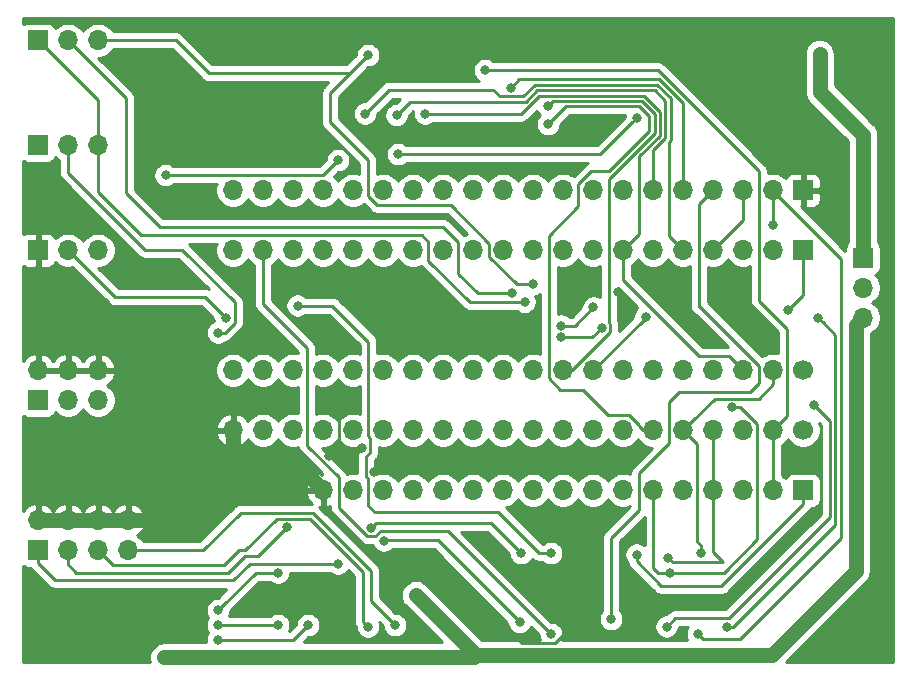
<source format=gtl>
G04 #@! TF.GenerationSoftware,KiCad,Pcbnew,(5.1.6)-1*
G04 #@! TF.CreationDate,2021-05-11T11:26:14+01:00*
G04 #@! TF.ProjectId,cpu_exp_65xx_6x09,6370755f-6578-4705-9f36-3578785f3678,3.01*
G04 #@! TF.SameCoordinates,Original*
G04 #@! TF.FileFunction,Copper,L1,Top*
G04 #@! TF.FilePolarity,Positive*
%FSLAX46Y46*%
G04 Gerber Fmt 4.6, Leading zero omitted, Abs format (unit mm)*
G04 Created by KiCad (PCBNEW (5.1.6)-1) date 2021-05-11 11:26:14*
%MOMM*%
%LPD*%
G01*
G04 APERTURE LIST*
G04 #@! TA.AperFunction,ComponentPad*
%ADD10O,1.700000X1.700000*%
G04 #@! TD*
G04 #@! TA.AperFunction,ComponentPad*
%ADD11C,1.700000*%
G04 #@! TD*
G04 #@! TA.AperFunction,ComponentPad*
%ADD12R,1.700000X1.700000*%
G04 #@! TD*
G04 #@! TA.AperFunction,ViaPad*
%ADD13C,0.800000*%
G04 #@! TD*
G04 #@! TA.AperFunction,Conductor*
%ADD14C,1.270000*%
G04 #@! TD*
G04 #@! TA.AperFunction,Conductor*
%ADD15C,0.250000*%
G04 #@! TD*
G04 #@! TA.AperFunction,Conductor*
%ADD16C,0.254000*%
G04 #@! TD*
G04 APERTURE END LIST*
D10*
X106680000Y-63500000D03*
X109220000Y-63500000D03*
X111760000Y-63500000D03*
X114300000Y-63500000D03*
X116840000Y-63500000D03*
X119380000Y-63500000D03*
X121920000Y-63500000D03*
X124460000Y-63500000D03*
X127000000Y-63500000D03*
X129540000Y-63500000D03*
X132080000Y-63500000D03*
X134620000Y-63500000D03*
X137160000Y-63500000D03*
X139700000Y-63500000D03*
X142240000Y-63500000D03*
X147320000Y-63500000D03*
X149860000Y-63500000D03*
X152400000Y-63500000D03*
D11*
X154940000Y-63500000D03*
D10*
X144780000Y-63500000D03*
X106680000Y-58420000D03*
X109220000Y-58420000D03*
X111760000Y-58420000D03*
X114300000Y-58420000D03*
X116840000Y-58420000D03*
X119380000Y-58420000D03*
X121920000Y-58420000D03*
X124460000Y-58420000D03*
X127000000Y-58420000D03*
X129540000Y-58420000D03*
X132080000Y-58420000D03*
X134620000Y-58420000D03*
X137160000Y-58420000D03*
X139700000Y-58420000D03*
X142240000Y-58420000D03*
X147320000Y-58420000D03*
X149860000Y-58420000D03*
X152400000Y-58420000D03*
D11*
X154940000Y-58420000D03*
D10*
X144780000Y-58420000D03*
X95250000Y-39370000D03*
X92710000Y-39370000D03*
D12*
X90170000Y-39370000D03*
D10*
X95250000Y-48260000D03*
X92710000Y-48260000D03*
D12*
X90170000Y-48260000D03*
D10*
X114300000Y-68580000D03*
X116840000Y-68580000D03*
X119380000Y-68580000D03*
X121920000Y-68580000D03*
X124460000Y-68580000D03*
X127000000Y-68580000D03*
X129540000Y-68580000D03*
X132080000Y-68580000D03*
X134620000Y-68580000D03*
X137160000Y-68580000D03*
X139700000Y-68580000D03*
X142240000Y-68580000D03*
X144780000Y-68580000D03*
X147320000Y-68580000D03*
X149860000Y-68580000D03*
X152400000Y-68580000D03*
D12*
X154940000Y-68580000D03*
D10*
X95250000Y-58420000D03*
X95250000Y-60960000D03*
X92710000Y-58420000D03*
X92710000Y-60960000D03*
X90170000Y-58420000D03*
D12*
X90170000Y-60960000D03*
D10*
X97790000Y-71120000D03*
X97790000Y-73660000D03*
X95250000Y-71120000D03*
X95250000Y-73660000D03*
X92710000Y-71120000D03*
X92710000Y-73660000D03*
X90170000Y-71120000D03*
D12*
X90170000Y-73660000D03*
D10*
X106680000Y-43180000D03*
X109220000Y-43180000D03*
X111760000Y-43180000D03*
X114300000Y-43180000D03*
X116840000Y-43180000D03*
X119380000Y-43180000D03*
X121920000Y-43180000D03*
X124460000Y-43180000D03*
X127000000Y-43180000D03*
X129540000Y-43180000D03*
X132080000Y-43180000D03*
X134620000Y-43180000D03*
X137160000Y-43180000D03*
X139700000Y-43180000D03*
X142240000Y-43180000D03*
X144780000Y-43180000D03*
X147320000Y-43180000D03*
X149860000Y-43180000D03*
X152400000Y-43180000D03*
D12*
X154940000Y-43180000D03*
D10*
X106680000Y-48260000D03*
X109220000Y-48260000D03*
X111760000Y-48260000D03*
X114300000Y-48260000D03*
X116840000Y-48260000D03*
X119380000Y-48260000D03*
X121920000Y-48260000D03*
X124460000Y-48260000D03*
X127000000Y-48260000D03*
X129540000Y-48260000D03*
X132080000Y-48260000D03*
X134620000Y-48260000D03*
X137160000Y-48260000D03*
X139700000Y-48260000D03*
X142240000Y-48260000D03*
X144780000Y-48260000D03*
X147320000Y-48260000D03*
X149860000Y-48260000D03*
X152400000Y-48260000D03*
D12*
X154940000Y-48260000D03*
D10*
X160020000Y-53975000D03*
X160020000Y-51435000D03*
D12*
X160020000Y-48895000D03*
D10*
X95250000Y-30480000D03*
X92710000Y-30480000D03*
D12*
X90170000Y-30480000D03*
D13*
X106680000Y-66040000D03*
X102743000Y-38103000D03*
X102743000Y-56903000D03*
X108880000Y-54640000D03*
X113880000Y-54240000D03*
X126880000Y-54240000D03*
X114837653Y-65682347D03*
X118655000Y-67040000D03*
X117565000Y-65040000D03*
X102085000Y-70640000D03*
X102280000Y-80440000D03*
X135680000Y-77640000D03*
X136480000Y-51040000D03*
X139280000Y-51840000D03*
X142080000Y-51440000D03*
X145480000Y-54440000D03*
X148680000Y-52640000D03*
X152280000Y-55840000D03*
X118110000Y-31750000D03*
X132090000Y-51120000D03*
X130290000Y-51914990D03*
X143637000Y-75565000D03*
X148940000Y-61550000D03*
X131360000Y-52640000D03*
X105410000Y-55245000D03*
X134489998Y-55640000D03*
X137884773Y-54839450D03*
X120523000Y-36830000D03*
X100965000Y-41910000D03*
X115570000Y-40640000D03*
X153670000Y-53340000D03*
X106045000Y-53975000D03*
X134435998Y-54640225D03*
X137200000Y-53100000D03*
X122174000Y-77470000D03*
X100850000Y-82730000D03*
X156337000Y-31623000D03*
X110490000Y-75565000D03*
X105410000Y-78740000D03*
X110490000Y-80010000D03*
X105410000Y-80010000D03*
X113030000Y-80010000D03*
X105410000Y-81279988D03*
X120396000Y-80010000D03*
X118110000Y-80137000D03*
X111252000Y-71718010D03*
X115570000Y-74803000D03*
X133604000Y-73914000D03*
X112141000Y-52959000D03*
X133604000Y-80772000D03*
X120650000Y-40132000D03*
X140868536Y-37049144D03*
X122936000Y-36703000D03*
X146050000Y-80772000D03*
X152400000Y-46139996D03*
X117856000Y-36703000D03*
X141605000Y-53884990D03*
X148463000Y-80137000D03*
X156210000Y-53975000D03*
X140843000Y-74041000D03*
X130937000Y-79756000D03*
X119448268Y-72849999D03*
X130208693Y-34511979D03*
X138684000Y-79502000D03*
X128016000Y-33020000D03*
X133350000Y-36068000D03*
X133350000Y-37592000D03*
X131064000Y-73914000D03*
X118354552Y-71756282D03*
X143383000Y-80137000D03*
X155829000Y-61341000D03*
X143510000Y-74295000D03*
X146339998Y-73860000D03*
D14*
X90170000Y-71120000D02*
X92710000Y-71120000D01*
X92710000Y-71120000D02*
X95250000Y-71120000D01*
X95250000Y-71120000D02*
X97790000Y-71120000D01*
X106680000Y-66040000D02*
X106680000Y-63500000D01*
X97790000Y-71120000D02*
X101600000Y-71120000D01*
X111760000Y-66040000D02*
X114300000Y-68580000D01*
X106680000Y-66040000D02*
X111760000Y-66040000D01*
D15*
X102743000Y-56903000D02*
X106617000Y-56903000D01*
X106617000Y-56903000D02*
X108880000Y-54640000D01*
X115664999Y-64855001D02*
X115664999Y-61455001D01*
X114837653Y-65682347D02*
X115664999Y-64855001D01*
X114837653Y-65682347D02*
X116922653Y-65682347D01*
X116922653Y-65682347D02*
X117565000Y-65040000D01*
X102080000Y-70640000D02*
X102085000Y-70640000D01*
D14*
X102080000Y-70640000D02*
X106680000Y-66040000D01*
X101600000Y-71120000D02*
X102080000Y-70640000D01*
D15*
X114300000Y-69782081D02*
X120557919Y-76040000D01*
X114300000Y-68580000D02*
X114300000Y-69782081D01*
X120557919Y-76040000D02*
X125680000Y-76040000D01*
X133952001Y-81497001D02*
X135680000Y-79769002D01*
X125680000Y-76040000D02*
X131137001Y-81497001D01*
X135680000Y-79769002D02*
X135680000Y-77640000D01*
X131137001Y-81497001D02*
X133952001Y-81497001D01*
X142080000Y-51440000D02*
X145080000Y-54440000D01*
X145080000Y-54440000D02*
X145480000Y-54440000D01*
X148680000Y-52640000D02*
X151880000Y-55840000D01*
X151880000Y-55840000D02*
X152280000Y-55840000D01*
X116580000Y-33280000D02*
X118110000Y-31750000D01*
X104622000Y-33280000D02*
X116580000Y-33280000D01*
X95250000Y-30480000D02*
X101822000Y-30480000D01*
X101822000Y-30480000D02*
X104622000Y-33280000D01*
X130684315Y-51120000D02*
X132090000Y-51120000D01*
X128364999Y-48800684D02*
X130684315Y-51120000D01*
X125095000Y-44450000D02*
X128364999Y-47719999D01*
X118910998Y-44450000D02*
X125095000Y-44450000D01*
X128364999Y-47719999D02*
X128364999Y-48800684D01*
X118110000Y-31750000D02*
X114880000Y-34980000D01*
X114880000Y-37410000D02*
X118100000Y-40630000D01*
X118100000Y-40630000D02*
X118100000Y-43639002D01*
X114880000Y-34980000D02*
X114880000Y-37410000D01*
X118100000Y-43639002D02*
X118910998Y-44450000D01*
X92710000Y-30480000D02*
X97600000Y-35370000D01*
X97600000Y-35370000D02*
X97600000Y-43453589D01*
X125758572Y-50248572D02*
X127424990Y-51914990D01*
X127424990Y-51914990D02*
X130290000Y-51914990D01*
X124486428Y-46326428D02*
X125758572Y-47598572D01*
X100472839Y-46326428D02*
X124486428Y-46326428D01*
X97600000Y-43453589D02*
X100472839Y-46326428D01*
X125758572Y-47598572D02*
X125758572Y-50248572D01*
X95250000Y-35560000D02*
X90170000Y-30480000D01*
X95250000Y-39370000D02*
X95250000Y-35560000D01*
X142240000Y-68580000D02*
X142240000Y-70320000D01*
X142240000Y-70320000D02*
X142280000Y-70360000D01*
X142280000Y-70360000D02*
X142280000Y-75150000D01*
X142695000Y-75565000D02*
X143637000Y-75565000D01*
X142280000Y-75150000D02*
X142695000Y-75565000D01*
X151039999Y-63004314D02*
X149585685Y-61550000D01*
X143637000Y-75565000D02*
X148209000Y-75565000D01*
X149505685Y-61550000D02*
X148940000Y-61550000D01*
X149585685Y-61550000D02*
X149505685Y-61550000D01*
X148209000Y-75565000D02*
X151039999Y-72734001D01*
X151039999Y-72734001D02*
X151039999Y-63004314D01*
X126710000Y-52640000D02*
X131360000Y-52640000D01*
X123230000Y-47580000D02*
X123230000Y-49160000D01*
X95250000Y-43358000D02*
X98882000Y-46990000D01*
X95250000Y-39370000D02*
X95250000Y-43358000D01*
X98882000Y-46990000D02*
X122640000Y-46990000D01*
X122640000Y-46990000D02*
X123230000Y-47580000D01*
X123230000Y-49160000D02*
X126710000Y-52640000D01*
X105975685Y-55245000D02*
X106830000Y-54390685D01*
X105410000Y-55245000D02*
X105975685Y-55245000D01*
X106830000Y-52689002D02*
X102370998Y-48230000D01*
X106830000Y-54390685D02*
X106830000Y-52689002D01*
X102370998Y-48230000D02*
X99230000Y-48230000D01*
X92710000Y-41710000D02*
X92710000Y-39370000D01*
X99230000Y-48230000D02*
X92710000Y-41710000D01*
X134489998Y-55640000D02*
X137084223Y-55640000D01*
X137084223Y-55640000D02*
X137884773Y-54839450D01*
X100965000Y-41910000D02*
X114300000Y-41910000D01*
X114300000Y-41910000D02*
X115570000Y-40640000D01*
X142240000Y-39789231D02*
X143289989Y-38739242D01*
X142406011Y-34710011D02*
X132421989Y-34710011D01*
X131445000Y-35687000D02*
X121666000Y-35687000D01*
X121666000Y-35687000D02*
X120523000Y-36830000D01*
X143289989Y-35593989D02*
X142406011Y-34710011D01*
X143289989Y-38739242D02*
X143289989Y-35593989D01*
X142240000Y-43180000D02*
X142240000Y-39789231D01*
X132421989Y-34710011D02*
X131445000Y-35687000D01*
X96704989Y-52254989D02*
X92710000Y-48260000D01*
X106045000Y-53975000D02*
X104324989Y-52254989D01*
X104324989Y-52254989D02*
X96704989Y-52254989D01*
X154940000Y-52070000D02*
X153670000Y-53340000D01*
X154940000Y-48260000D02*
X154940000Y-52070000D01*
X135659775Y-54640225D02*
X137200000Y-53100000D01*
X134435998Y-54640225D02*
X135659775Y-54640225D01*
D14*
X122573999Y-77869999D02*
X122174000Y-77470000D01*
X127254000Y-82550000D02*
X122573999Y-77869999D01*
X127254000Y-82550000D02*
X127074000Y-82730000D01*
X127074000Y-82730000D02*
X100850000Y-82730000D01*
X152273000Y-82550000D02*
X127254000Y-82550000D01*
X159385000Y-75438000D02*
X152273000Y-82550000D01*
X160020000Y-53975000D02*
X159385000Y-54610000D01*
X159385000Y-54610000D02*
X159385000Y-75438000D01*
X156337000Y-34837000D02*
X156337000Y-31623000D01*
X160020000Y-48895000D02*
X160020000Y-38520000D01*
X160020000Y-38520000D02*
X156337000Y-34837000D01*
D15*
X105809999Y-78340001D02*
X105410000Y-78740000D01*
X110490000Y-75565000D02*
X108585000Y-75565000D01*
X108585000Y-75565000D02*
X105809999Y-78340001D01*
X110490000Y-80010000D02*
X105410000Y-80010000D01*
X105975685Y-81279988D02*
X105410000Y-81279988D01*
X113030000Y-80010000D02*
X111760012Y-81279988D01*
X111760012Y-81279988D02*
X105975685Y-81279988D01*
X104140000Y-73660000D02*
X97790000Y-73660000D01*
X107315000Y-70485000D02*
X104140000Y-73660000D01*
X113411000Y-70485000D02*
X107315000Y-70485000D01*
X118364000Y-75438000D02*
X113411000Y-70485000D01*
X120396000Y-80010000D02*
X118364000Y-77978000D01*
X118364000Y-77978000D02*
X118364000Y-75438000D01*
X107200000Y-73660000D02*
X105930000Y-74930000D01*
X117710001Y-79737001D02*
X117710001Y-75546001D01*
X118110000Y-80137000D02*
X117710001Y-79737001D01*
X117710001Y-75546001D02*
X113157000Y-70993000D01*
X113157000Y-70993000D02*
X110363000Y-70993000D01*
X110363000Y-70993000D02*
X107696000Y-73660000D01*
X107696000Y-73660000D02*
X107200000Y-73660000D01*
X95250000Y-73660000D02*
X95885000Y-74295000D01*
X95885000Y-74295000D02*
X96520000Y-74930000D01*
X105930000Y-74930000D02*
X96520000Y-74930000D01*
X111252000Y-71718010D02*
X108802010Y-74168000D01*
X108802010Y-74168000D02*
X107662000Y-74168000D01*
X92710000Y-74862081D02*
X93412919Y-75565000D01*
X92710000Y-73660000D02*
X92710000Y-74862081D01*
X106265000Y-75565000D02*
X107662000Y-74168000D01*
X93412919Y-75565000D02*
X106265000Y-75565000D01*
X108077000Y-74803000D02*
X115570000Y-74803000D01*
X90170000Y-74760000D02*
X91610000Y-76200000D01*
X90170000Y-73660000D02*
X90170000Y-74760000D01*
X106680000Y-76200000D02*
X108077000Y-74803000D01*
X91610000Y-76200000D02*
X106680000Y-76200000D01*
X118690000Y-70460000D02*
X118150000Y-69920000D01*
X129140000Y-70460000D02*
X118690000Y-70460000D01*
X133604000Y-73914000D02*
X132594000Y-73914000D01*
X132594000Y-73914000D02*
X129140000Y-70460000D01*
X118150000Y-56010000D02*
X115099000Y-52959000D01*
X115099000Y-52959000D02*
X112141000Y-52959000D01*
X118290001Y-64149003D02*
X118150000Y-64009002D01*
X117929999Y-65748003D02*
X118290001Y-65388001D01*
X118290001Y-65388001D02*
X118290001Y-64149003D01*
X117929999Y-67388001D02*
X117929999Y-65748003D01*
X118150000Y-67608002D02*
X117929999Y-67388001D01*
X118150000Y-64009002D02*
X118150000Y-56010000D01*
X118150000Y-69920000D02*
X118150000Y-67608002D01*
X112935001Y-64805001D02*
X112935001Y-56535001D01*
X115620000Y-67490000D02*
X112935001Y-64805001D01*
X124839950Y-72007950D02*
X119175886Y-72007950D01*
X133604000Y-80772000D02*
X124839950Y-72007950D01*
X112935001Y-56535001D02*
X109220000Y-52820000D01*
X119175886Y-72007950D02*
X118702553Y-72481283D01*
X118702553Y-72481283D02*
X118006551Y-72481283D01*
X118006551Y-72481283D02*
X115620000Y-70094732D01*
X109220000Y-52820000D02*
X109220000Y-48260000D01*
X115620000Y-70094732D02*
X115620000Y-67490000D01*
X137785680Y-40132000D02*
X140468537Y-37449143D01*
X120650000Y-40132000D02*
X137785680Y-40132000D01*
X140468537Y-37449143D02*
X140868536Y-37049144D01*
X148684999Y-57244999D02*
X146144999Y-57244999D01*
X149860000Y-58420000D02*
X148684999Y-57244999D01*
X146144999Y-57244999D02*
X139700000Y-50800000D01*
X139700000Y-50800000D02*
X139700000Y-48260000D01*
X123501685Y-36703000D02*
X122936000Y-36703000D01*
X131065411Y-36703000D02*
X123501685Y-36703000D01*
X132600433Y-35167978D02*
X131065411Y-36703000D01*
X142839978Y-38552843D02*
X142839978Y-36542386D01*
X141465570Y-35167978D02*
X132600433Y-35167978D01*
X141064999Y-40327822D02*
X142839978Y-38552843D01*
X139700000Y-48260000D02*
X141064999Y-46895001D01*
X142839978Y-36542386D02*
X141465570Y-35167978D01*
X141064999Y-46895001D02*
X141064999Y-40327822D01*
X152400000Y-43180000D02*
X152400000Y-46139996D01*
X152400000Y-43280000D02*
X152400000Y-43180000D01*
X146449999Y-81171999D02*
X149587001Y-81171999D01*
X149587001Y-81171999D02*
X158115000Y-72644000D01*
X146050000Y-80772000D02*
X146449999Y-81171999D01*
X158115000Y-72644000D02*
X158115000Y-48995000D01*
X158115000Y-48995000D02*
X152400000Y-43280000D01*
X141605000Y-53975000D02*
X141605000Y-53884990D01*
X137160000Y-58420000D02*
X141605000Y-53975000D01*
X118255999Y-36303001D02*
X117856000Y-36703000D01*
X119888000Y-34671000D02*
X118255999Y-36303001D01*
X142592411Y-34260000D02*
X132235589Y-34260000D01*
X144780000Y-48260000D02*
X143590031Y-47070031D01*
X143590031Y-47070031D02*
X143590031Y-39075613D01*
X143740000Y-38925644D02*
X143740000Y-35407589D01*
X143740000Y-35407589D02*
X142592411Y-34260000D01*
X132235589Y-34260000D02*
X131258600Y-35236989D01*
X143590031Y-39075613D02*
X143740000Y-38925644D01*
X131258600Y-35236989D02*
X129286985Y-35236989D01*
X129286985Y-35236989D02*
X128720996Y-34671000D01*
X128720996Y-34671000D02*
X119888000Y-34671000D01*
X156609999Y-54374999D02*
X156210000Y-53975000D01*
X148463000Y-80137000D02*
X149028685Y-80137000D01*
X157664989Y-71500696D02*
X157664989Y-55429989D01*
X157664989Y-55429989D02*
X156609999Y-54374999D01*
X149028685Y-80137000D02*
X157664989Y-71500696D01*
X149860000Y-45720000D02*
X147320000Y-48260000D01*
X149860000Y-43180000D02*
X149860000Y-45720000D01*
X140843000Y-74606685D02*
X140843000Y-74041000D01*
X142944315Y-76708000D02*
X140843000Y-74606685D01*
X148012685Y-76708000D02*
X142944315Y-76708000D01*
X154940000Y-68580000D02*
X154940000Y-69780685D01*
X154940000Y-69780685D02*
X148012685Y-76708000D01*
X123993704Y-72812704D02*
X119507385Y-72812704D01*
X130937000Y-79756000D02*
X123993704Y-72812704D01*
X119470090Y-72849999D02*
X119448268Y-72849999D01*
X119507385Y-72812704D02*
X119470090Y-72849999D01*
X142778822Y-33810000D02*
X130910672Y-33810000D01*
X144780000Y-43180000D02*
X144780000Y-35811178D01*
X130910672Y-33810000D02*
X130208693Y-34511979D01*
X144780000Y-35811178D02*
X142778822Y-33810000D01*
X146144999Y-44355001D02*
X147320000Y-43180000D01*
X146233001Y-53053999D02*
X146144999Y-53053999D01*
X151224999Y-58045997D02*
X146233001Y-53053999D01*
X146144999Y-53053999D02*
X146144999Y-44355001D01*
X151224999Y-59495001D02*
X151224999Y-58045997D01*
X144410000Y-60300000D02*
X150420000Y-60300000D01*
X150420000Y-60300000D02*
X151224999Y-59495001D01*
X143604999Y-61105001D02*
X143630000Y-61080000D01*
X143604999Y-64615001D02*
X143604999Y-61105001D01*
X141064999Y-67155001D02*
X143604999Y-64615001D01*
X141064999Y-70225001D02*
X141064999Y-67155001D01*
X138684000Y-79502000D02*
X138684000Y-72606000D01*
X138684000Y-72606000D02*
X141064999Y-70225001D01*
X143604999Y-61105001D02*
X144410000Y-60300000D01*
X152410000Y-68570000D02*
X152400000Y-68580000D01*
X152400000Y-63500000D02*
X152410000Y-63510000D01*
X152410000Y-63510000D02*
X152410000Y-68570000D01*
X142625233Y-33020000D02*
X128016000Y-33020000D01*
X142660000Y-33020000D02*
X142625233Y-33020000D01*
X153575001Y-62324999D02*
X153575001Y-54896001D01*
X152400000Y-63500000D02*
X153575001Y-62324999D01*
X151224999Y-41584999D02*
X142660000Y-33020000D01*
X153575001Y-54896001D02*
X151224999Y-52545999D01*
X151224999Y-52545999D02*
X151224999Y-41584999D01*
X138609775Y-54491376D02*
X138524999Y-54406600D01*
X138524999Y-54406600D02*
X138524999Y-42231412D01*
X134620000Y-58420000D02*
X135377227Y-58420000D01*
X135377227Y-58420000D02*
X138609775Y-55187452D01*
X141279170Y-35617989D02*
X133800011Y-35617989D01*
X142389967Y-36728786D02*
X141279170Y-35617989D01*
X133800011Y-35617989D02*
X133749999Y-35668001D01*
X138524999Y-42231412D02*
X142389967Y-38366444D01*
X138609775Y-55187452D02*
X138609775Y-54491376D01*
X133749999Y-35668001D02*
X133350000Y-36068000D01*
X142389967Y-38366444D02*
X142389967Y-36728786D01*
X141939956Y-36915186D02*
X141092770Y-36068000D01*
X141939956Y-38180044D02*
X141939956Y-36915186D01*
X136271000Y-60071000D02*
X134366000Y-60071000D01*
X138430000Y-62230000D02*
X136271000Y-60071000D01*
X142240000Y-63500000D02*
X141420000Y-63500000D01*
X141040000Y-63120000D02*
X141040000Y-63100998D01*
X134874000Y-36068000D02*
X133749999Y-37192001D01*
X141040000Y-63100998D02*
X140169002Y-62230000D01*
X138540000Y-41580000D02*
X141939956Y-38180044D01*
X133406243Y-59111243D02*
X133406243Y-56216216D01*
X134366000Y-60071000D02*
X133406243Y-59111243D01*
X141092770Y-36068000D02*
X134874000Y-36068000D01*
X137020998Y-41580000D02*
X138540000Y-41580000D01*
X135910000Y-42690998D02*
X137020998Y-41580000D01*
X133749999Y-37192001D02*
X133350000Y-37592000D01*
X141420000Y-63500000D02*
X141040000Y-63120000D01*
X135910000Y-44557000D02*
X135910000Y-42690998D01*
X140169002Y-62230000D02*
X138430000Y-62230000D01*
X133420000Y-47047000D02*
X135910000Y-44557000D01*
X133420000Y-56202459D02*
X133420000Y-47047000D01*
X133406243Y-56216216D02*
X133420000Y-56202459D01*
X131064000Y-73914000D02*
X128506283Y-71356283D01*
X118754551Y-71356283D02*
X118354552Y-71756282D01*
X128506283Y-71356283D02*
X118754551Y-71356283D01*
X144108001Y-79411999D02*
X148680001Y-79411999D01*
X157214978Y-62726978D02*
X156228999Y-61740999D01*
X148680001Y-79411999D02*
X157214978Y-70877022D01*
X143383000Y-80137000D02*
X144108001Y-79411999D01*
X157214978Y-70877022D02*
X157214978Y-62726978D01*
X156228999Y-61740999D02*
X155829000Y-61341000D01*
X147350000Y-63530000D02*
X147320000Y-63500000D01*
X147350000Y-73854998D02*
X147350000Y-63530000D01*
X148190001Y-74694999D02*
X147350000Y-73854998D01*
X143510000Y-74295000D02*
X143909999Y-74694999D01*
X143909999Y-74694999D02*
X148190001Y-74694999D01*
X152400000Y-58420000D02*
X152400000Y-59622081D01*
X152400000Y-59622081D02*
X151197083Y-60824998D01*
X151197083Y-60824998D02*
X147455002Y-60824998D01*
X145629999Y-62650001D02*
X144780000Y-63500000D01*
X147455002Y-60824998D02*
X145629999Y-62650001D01*
X146339998Y-73294315D02*
X146339998Y-73860000D01*
X145970000Y-72924317D02*
X146339998Y-73294315D01*
X144780000Y-63500000D02*
X145970000Y-64690000D01*
X145970000Y-64690000D02*
X145970000Y-72924317D01*
D16*
G36*
X88965506Y-75040537D02*
G01*
X89075820Y-75099502D01*
X89195518Y-75135812D01*
X89320000Y-75148072D01*
X89515674Y-75148072D01*
X89535026Y-75184276D01*
X89599718Y-75263102D01*
X89630000Y-75300001D01*
X89658998Y-75323799D01*
X91046201Y-76711003D01*
X91069999Y-76740001D01*
X91098997Y-76763799D01*
X91185724Y-76834974D01*
X91317753Y-76905546D01*
X91461014Y-76949003D01*
X91610000Y-76963677D01*
X91647333Y-76960000D01*
X106115199Y-76960000D01*
X105370199Y-77705000D01*
X105308061Y-77705000D01*
X105108102Y-77744774D01*
X104919744Y-77822795D01*
X104750226Y-77936063D01*
X104606063Y-78080226D01*
X104492795Y-78249744D01*
X104414774Y-78438102D01*
X104375000Y-78638061D01*
X104375000Y-78841939D01*
X104414774Y-79041898D01*
X104492795Y-79230256D01*
X104589510Y-79375000D01*
X104492795Y-79519744D01*
X104414774Y-79708102D01*
X104375000Y-79908061D01*
X104375000Y-80111939D01*
X104414774Y-80311898D01*
X104492795Y-80500256D01*
X104589506Y-80644994D01*
X104492795Y-80789732D01*
X104414774Y-80978090D01*
X104375000Y-81178049D01*
X104375000Y-81381927D01*
X104390530Y-81460000D01*
X100787620Y-81460000D01*
X100601037Y-81478377D01*
X100361641Y-81550997D01*
X100141012Y-81668925D01*
X99947630Y-81827630D01*
X99788925Y-82021012D01*
X99670997Y-82241641D01*
X99598377Y-82481037D01*
X99573856Y-82730000D01*
X99598377Y-82978963D01*
X99653294Y-83160000D01*
X88925000Y-83160000D01*
X88925000Y-75007295D01*
X88965506Y-75040537D01*
G37*
X88965506Y-75040537D02*
X89075820Y-75099502D01*
X89195518Y-75135812D01*
X89320000Y-75148072D01*
X89515674Y-75148072D01*
X89535026Y-75184276D01*
X89599718Y-75263102D01*
X89630000Y-75300001D01*
X89658998Y-75323799D01*
X91046201Y-76711003D01*
X91069999Y-76740001D01*
X91098997Y-76763799D01*
X91185724Y-76834974D01*
X91317753Y-76905546D01*
X91461014Y-76949003D01*
X91610000Y-76963677D01*
X91647333Y-76960000D01*
X106115199Y-76960000D01*
X105370199Y-77705000D01*
X105308061Y-77705000D01*
X105108102Y-77744774D01*
X104919744Y-77822795D01*
X104750226Y-77936063D01*
X104606063Y-78080226D01*
X104492795Y-78249744D01*
X104414774Y-78438102D01*
X104375000Y-78638061D01*
X104375000Y-78841939D01*
X104414774Y-79041898D01*
X104492795Y-79230256D01*
X104589510Y-79375000D01*
X104492795Y-79519744D01*
X104414774Y-79708102D01*
X104375000Y-79908061D01*
X104375000Y-80111939D01*
X104414774Y-80311898D01*
X104492795Y-80500256D01*
X104589506Y-80644994D01*
X104492795Y-80789732D01*
X104414774Y-80978090D01*
X104375000Y-81178049D01*
X104375000Y-81381927D01*
X104390530Y-81460000D01*
X100787620Y-81460000D01*
X100601037Y-81478377D01*
X100361641Y-81550997D01*
X100141012Y-81668925D01*
X99947630Y-81827630D01*
X99788925Y-82021012D01*
X99670997Y-82241641D01*
X99598377Y-82481037D01*
X99573856Y-82730000D01*
X99598377Y-82978963D01*
X99653294Y-83160000D01*
X88925000Y-83160000D01*
X88925000Y-75007295D01*
X88965506Y-75040537D01*
G36*
X162535000Y-83160000D02*
G01*
X153459050Y-83160000D01*
X160238920Y-76380132D01*
X160287370Y-76340370D01*
X160327132Y-76291920D01*
X160327135Y-76291917D01*
X160387487Y-76218377D01*
X160446075Y-76146988D01*
X160564003Y-75926359D01*
X160585484Y-75855546D01*
X160636623Y-75686964D01*
X160642651Y-75625758D01*
X160655000Y-75500380D01*
X160655000Y-75500373D01*
X160661143Y-75438000D01*
X160655000Y-75375627D01*
X160655000Y-55319327D01*
X160723411Y-55290990D01*
X160966632Y-55128475D01*
X161173475Y-54921632D01*
X161335990Y-54678411D01*
X161447932Y-54408158D01*
X161505000Y-54121260D01*
X161505000Y-53828740D01*
X161447932Y-53541842D01*
X161335990Y-53271589D01*
X161173475Y-53028368D01*
X160966632Y-52821525D01*
X160792240Y-52705000D01*
X160966632Y-52588475D01*
X161173475Y-52381632D01*
X161335990Y-52138411D01*
X161447932Y-51868158D01*
X161505000Y-51581260D01*
X161505000Y-51288740D01*
X161447932Y-51001842D01*
X161335990Y-50731589D01*
X161173475Y-50488368D01*
X161041620Y-50356513D01*
X161114180Y-50334502D01*
X161224494Y-50275537D01*
X161321185Y-50196185D01*
X161400537Y-50099494D01*
X161459502Y-49989180D01*
X161495812Y-49869482D01*
X161508072Y-49745000D01*
X161508072Y-48045000D01*
X161495812Y-47920518D01*
X161459502Y-47800820D01*
X161400537Y-47690506D01*
X161321185Y-47593815D01*
X161290000Y-47568222D01*
X161290000Y-38582380D01*
X161296144Y-38520000D01*
X161271623Y-38271037D01*
X161199003Y-38031641D01*
X161176873Y-37990239D01*
X161081075Y-37811012D01*
X160922370Y-37617630D01*
X160873914Y-37577863D01*
X157607000Y-34310950D01*
X157607000Y-31560620D01*
X157588623Y-31374037D01*
X157516003Y-31134641D01*
X157398075Y-30914012D01*
X157239370Y-30720630D01*
X157045988Y-30561925D01*
X156825359Y-30443997D01*
X156585963Y-30371377D01*
X156337000Y-30346856D01*
X156088038Y-30371377D01*
X155848642Y-30443997D01*
X155628013Y-30561925D01*
X155434631Y-30720630D01*
X155275926Y-30914012D01*
X155157998Y-31134641D01*
X155085378Y-31374037D01*
X155067001Y-31560620D01*
X155067000Y-34774627D01*
X155060857Y-34837000D01*
X155067000Y-34899373D01*
X155067000Y-34899379D01*
X155073291Y-34963247D01*
X155085377Y-35085963D01*
X155100472Y-35135723D01*
X155157997Y-35325358D01*
X155275925Y-35545987D01*
X155434630Y-35739370D01*
X155483091Y-35779141D01*
X158750001Y-39046052D01*
X158750000Y-47568222D01*
X158718815Y-47593815D01*
X158639463Y-47690506D01*
X158580498Y-47800820D01*
X158544188Y-47920518D01*
X158531928Y-48045000D01*
X158531928Y-48337126D01*
X154757026Y-44562224D01*
X154813000Y-44506250D01*
X154813000Y-43307000D01*
X155067000Y-43307000D01*
X155067000Y-44506250D01*
X155225750Y-44665000D01*
X155790000Y-44668072D01*
X155914482Y-44655812D01*
X156034180Y-44619502D01*
X156144494Y-44560537D01*
X156241185Y-44481185D01*
X156320537Y-44384494D01*
X156379502Y-44274180D01*
X156415812Y-44154482D01*
X156428072Y-44030000D01*
X156425000Y-43465750D01*
X156266250Y-43307000D01*
X155067000Y-43307000D01*
X154813000Y-43307000D01*
X154793000Y-43307000D01*
X154793000Y-43053000D01*
X154813000Y-43053000D01*
X154813000Y-41853750D01*
X155067000Y-41853750D01*
X155067000Y-43053000D01*
X156266250Y-43053000D01*
X156425000Y-42894250D01*
X156428072Y-42330000D01*
X156415812Y-42205518D01*
X156379502Y-42085820D01*
X156320537Y-41975506D01*
X156241185Y-41878815D01*
X156144494Y-41799463D01*
X156034180Y-41740498D01*
X155914482Y-41704188D01*
X155790000Y-41691928D01*
X155225750Y-41695000D01*
X155067000Y-41853750D01*
X154813000Y-41853750D01*
X154654250Y-41695000D01*
X154090000Y-41691928D01*
X153965518Y-41704188D01*
X153845820Y-41740498D01*
X153735506Y-41799463D01*
X153638815Y-41878815D01*
X153559463Y-41975506D01*
X153500498Y-42085820D01*
X153478487Y-42158380D01*
X153346632Y-42026525D01*
X153103411Y-41864010D01*
X152833158Y-41752068D01*
X152546260Y-41695000D01*
X152253740Y-41695000D01*
X151984999Y-41748456D01*
X151984999Y-41622324D01*
X151988675Y-41584999D01*
X151984999Y-41547674D01*
X151984999Y-41547666D01*
X151974002Y-41436013D01*
X151930545Y-41292752D01*
X151859973Y-41160723D01*
X151765000Y-41044998D01*
X151736002Y-41021200D01*
X143223804Y-32509003D01*
X143200001Y-32479999D01*
X143084276Y-32385026D01*
X142952247Y-32314454D01*
X142808986Y-32270997D01*
X142697333Y-32260000D01*
X142697322Y-32260000D01*
X142660000Y-32256324D01*
X142622678Y-32260000D01*
X128719711Y-32260000D01*
X128675774Y-32216063D01*
X128506256Y-32102795D01*
X128317898Y-32024774D01*
X128117939Y-31985000D01*
X127914061Y-31985000D01*
X127714102Y-32024774D01*
X127525744Y-32102795D01*
X127356226Y-32216063D01*
X127212063Y-32360226D01*
X127098795Y-32529744D01*
X127020774Y-32718102D01*
X126981000Y-32918061D01*
X126981000Y-33121939D01*
X127020774Y-33321898D01*
X127098795Y-33510256D01*
X127212063Y-33679774D01*
X127356226Y-33823937D01*
X127486525Y-33911000D01*
X119925323Y-33911000D01*
X119888000Y-33907324D01*
X119850677Y-33911000D01*
X119850667Y-33911000D01*
X119739014Y-33921997D01*
X119595753Y-33965454D01*
X119463723Y-34036026D01*
X119416189Y-34075037D01*
X119347999Y-34130999D01*
X119324201Y-34159997D01*
X117816199Y-35668000D01*
X117754061Y-35668000D01*
X117554102Y-35707774D01*
X117365744Y-35785795D01*
X117196226Y-35899063D01*
X117052063Y-36043226D01*
X116938795Y-36212744D01*
X116860774Y-36401102D01*
X116821000Y-36601061D01*
X116821000Y-36804939D01*
X116860774Y-37004898D01*
X116938795Y-37193256D01*
X117052063Y-37362774D01*
X117196226Y-37506937D01*
X117365744Y-37620205D01*
X117554102Y-37698226D01*
X117754061Y-37738000D01*
X117957939Y-37738000D01*
X118157898Y-37698226D01*
X118346256Y-37620205D01*
X118515774Y-37506937D01*
X118659937Y-37362774D01*
X118773205Y-37193256D01*
X118851226Y-37004898D01*
X118891000Y-36804939D01*
X118891000Y-36742801D01*
X120202802Y-35431000D01*
X120847198Y-35431000D01*
X120483199Y-35795000D01*
X120421061Y-35795000D01*
X120221102Y-35834774D01*
X120032744Y-35912795D01*
X119863226Y-36026063D01*
X119719063Y-36170226D01*
X119605795Y-36339744D01*
X119527774Y-36528102D01*
X119488000Y-36728061D01*
X119488000Y-36931939D01*
X119527774Y-37131898D01*
X119605795Y-37320256D01*
X119719063Y-37489774D01*
X119863226Y-37633937D01*
X120032744Y-37747205D01*
X120221102Y-37825226D01*
X120421061Y-37865000D01*
X120624939Y-37865000D01*
X120824898Y-37825226D01*
X121013256Y-37747205D01*
X121182774Y-37633937D01*
X121326937Y-37489774D01*
X121440205Y-37320256D01*
X121518226Y-37131898D01*
X121558000Y-36931939D01*
X121558000Y-36869801D01*
X121919439Y-36508363D01*
X121901000Y-36601061D01*
X121901000Y-36804939D01*
X121940774Y-37004898D01*
X122018795Y-37193256D01*
X122132063Y-37362774D01*
X122276226Y-37506937D01*
X122445744Y-37620205D01*
X122634102Y-37698226D01*
X122834061Y-37738000D01*
X123037939Y-37738000D01*
X123237898Y-37698226D01*
X123426256Y-37620205D01*
X123595774Y-37506937D01*
X123639711Y-37463000D01*
X131028089Y-37463000D01*
X131065411Y-37466676D01*
X131102733Y-37463000D01*
X131102744Y-37463000D01*
X131214397Y-37452003D01*
X131357658Y-37408546D01*
X131489687Y-37337974D01*
X131605412Y-37243001D01*
X131629215Y-37213997D01*
X132389494Y-36453719D01*
X132432795Y-36558256D01*
X132546063Y-36727774D01*
X132648289Y-36830000D01*
X132546063Y-36932226D01*
X132432795Y-37101744D01*
X132354774Y-37290102D01*
X132315000Y-37490061D01*
X132315000Y-37693939D01*
X132354774Y-37893898D01*
X132432795Y-38082256D01*
X132546063Y-38251774D01*
X132690226Y-38395937D01*
X132859744Y-38509205D01*
X133048102Y-38587226D01*
X133248061Y-38627000D01*
X133451939Y-38627000D01*
X133651898Y-38587226D01*
X133840256Y-38509205D01*
X134009774Y-38395937D01*
X134153937Y-38251774D01*
X134267205Y-38082256D01*
X134345226Y-37893898D01*
X134385000Y-37693939D01*
X134385000Y-37631801D01*
X135188803Y-36828000D01*
X139857247Y-36828000D01*
X139833536Y-36947205D01*
X139833536Y-37009342D01*
X137470879Y-39372000D01*
X121353711Y-39372000D01*
X121309774Y-39328063D01*
X121140256Y-39214795D01*
X120951898Y-39136774D01*
X120751939Y-39097000D01*
X120548061Y-39097000D01*
X120348102Y-39136774D01*
X120159744Y-39214795D01*
X119990226Y-39328063D01*
X119846063Y-39472226D01*
X119732795Y-39641744D01*
X119654774Y-39830102D01*
X119615000Y-40030061D01*
X119615000Y-40233939D01*
X119654774Y-40433898D01*
X119732795Y-40622256D01*
X119846063Y-40791774D01*
X119990226Y-40935937D01*
X120159744Y-41049205D01*
X120348102Y-41127226D01*
X120548061Y-41167000D01*
X120751939Y-41167000D01*
X120951898Y-41127226D01*
X121140256Y-41049205D01*
X121309774Y-40935937D01*
X121353711Y-40892000D01*
X136695925Y-40892000D01*
X136596722Y-40945026D01*
X136590631Y-40950025D01*
X136509994Y-41016201D01*
X136509990Y-41016205D01*
X136480997Y-41039999D01*
X136457203Y-41068992D01*
X135526492Y-41999704D01*
X135323411Y-41864010D01*
X135053158Y-41752068D01*
X134766260Y-41695000D01*
X134473740Y-41695000D01*
X134186842Y-41752068D01*
X133916589Y-41864010D01*
X133673368Y-42026525D01*
X133466525Y-42233368D01*
X133350000Y-42407760D01*
X133233475Y-42233368D01*
X133026632Y-42026525D01*
X132783411Y-41864010D01*
X132513158Y-41752068D01*
X132226260Y-41695000D01*
X131933740Y-41695000D01*
X131646842Y-41752068D01*
X131376589Y-41864010D01*
X131133368Y-42026525D01*
X130926525Y-42233368D01*
X130810000Y-42407760D01*
X130693475Y-42233368D01*
X130486632Y-42026525D01*
X130243411Y-41864010D01*
X129973158Y-41752068D01*
X129686260Y-41695000D01*
X129393740Y-41695000D01*
X129106842Y-41752068D01*
X128836589Y-41864010D01*
X128593368Y-42026525D01*
X128386525Y-42233368D01*
X128270000Y-42407760D01*
X128153475Y-42233368D01*
X127946632Y-42026525D01*
X127703411Y-41864010D01*
X127433158Y-41752068D01*
X127146260Y-41695000D01*
X126853740Y-41695000D01*
X126566842Y-41752068D01*
X126296589Y-41864010D01*
X126053368Y-42026525D01*
X125846525Y-42233368D01*
X125730000Y-42407760D01*
X125613475Y-42233368D01*
X125406632Y-42026525D01*
X125163411Y-41864010D01*
X124893158Y-41752068D01*
X124606260Y-41695000D01*
X124313740Y-41695000D01*
X124026842Y-41752068D01*
X123756589Y-41864010D01*
X123513368Y-42026525D01*
X123306525Y-42233368D01*
X123190000Y-42407760D01*
X123073475Y-42233368D01*
X122866632Y-42026525D01*
X122623411Y-41864010D01*
X122353158Y-41752068D01*
X122066260Y-41695000D01*
X121773740Y-41695000D01*
X121486842Y-41752068D01*
X121216589Y-41864010D01*
X120973368Y-42026525D01*
X120766525Y-42233368D01*
X120650000Y-42407760D01*
X120533475Y-42233368D01*
X120326632Y-42026525D01*
X120083411Y-41864010D01*
X119813158Y-41752068D01*
X119526260Y-41695000D01*
X119233740Y-41695000D01*
X118946842Y-41752068D01*
X118860000Y-41788039D01*
X118860000Y-40667325D01*
X118863676Y-40630000D01*
X118860000Y-40592675D01*
X118860000Y-40592667D01*
X118849003Y-40481014D01*
X118805546Y-40337753D01*
X118734974Y-40205724D01*
X118640001Y-40089999D01*
X118611004Y-40066202D01*
X115640000Y-37095199D01*
X115640000Y-35294801D01*
X117091003Y-33843799D01*
X117120001Y-33820001D01*
X117143801Y-33791000D01*
X118149802Y-32785000D01*
X118211939Y-32785000D01*
X118411898Y-32745226D01*
X118600256Y-32667205D01*
X118769774Y-32553937D01*
X118913937Y-32409774D01*
X119027205Y-32240256D01*
X119105226Y-32051898D01*
X119145000Y-31851939D01*
X119145000Y-31648061D01*
X119105226Y-31448102D01*
X119027205Y-31259744D01*
X118913937Y-31090226D01*
X118769774Y-30946063D01*
X118600256Y-30832795D01*
X118411898Y-30754774D01*
X118211939Y-30715000D01*
X118008061Y-30715000D01*
X117808102Y-30754774D01*
X117619744Y-30832795D01*
X117450226Y-30946063D01*
X117306063Y-31090226D01*
X117192795Y-31259744D01*
X117114774Y-31448102D01*
X117075000Y-31648061D01*
X117075000Y-31710198D01*
X116265198Y-32520000D01*
X104936802Y-32520000D01*
X102385804Y-29969003D01*
X102362001Y-29939999D01*
X102246276Y-29845026D01*
X102114247Y-29774454D01*
X101970986Y-29730997D01*
X101859333Y-29720000D01*
X101859322Y-29720000D01*
X101822000Y-29716324D01*
X101784678Y-29720000D01*
X96528178Y-29720000D01*
X96403475Y-29533368D01*
X96196632Y-29326525D01*
X95953411Y-29164010D01*
X95683158Y-29052068D01*
X95396260Y-28995000D01*
X95103740Y-28995000D01*
X94816842Y-29052068D01*
X94546589Y-29164010D01*
X94303368Y-29326525D01*
X94096525Y-29533368D01*
X93980000Y-29707760D01*
X93863475Y-29533368D01*
X93656632Y-29326525D01*
X93413411Y-29164010D01*
X93143158Y-29052068D01*
X92856260Y-28995000D01*
X92563740Y-28995000D01*
X92276842Y-29052068D01*
X92006589Y-29164010D01*
X91763368Y-29326525D01*
X91631513Y-29458380D01*
X91609502Y-29385820D01*
X91550537Y-29275506D01*
X91471185Y-29178815D01*
X91374494Y-29099463D01*
X91264180Y-29040498D01*
X91144482Y-29004188D01*
X91020000Y-28991928D01*
X89320000Y-28991928D01*
X89195518Y-29004188D01*
X89075820Y-29040498D01*
X88965506Y-29099463D01*
X88925000Y-29132705D01*
X88925000Y-28600000D01*
X162535001Y-28600000D01*
X162535000Y-83160000D01*
G37*
X162535000Y-83160000D02*
X153459050Y-83160000D01*
X160238920Y-76380132D01*
X160287370Y-76340370D01*
X160327132Y-76291920D01*
X160327135Y-76291917D01*
X160387487Y-76218377D01*
X160446075Y-76146988D01*
X160564003Y-75926359D01*
X160585484Y-75855546D01*
X160636623Y-75686964D01*
X160642651Y-75625758D01*
X160655000Y-75500380D01*
X160655000Y-75500373D01*
X160661143Y-75438000D01*
X160655000Y-75375627D01*
X160655000Y-55319327D01*
X160723411Y-55290990D01*
X160966632Y-55128475D01*
X161173475Y-54921632D01*
X161335990Y-54678411D01*
X161447932Y-54408158D01*
X161505000Y-54121260D01*
X161505000Y-53828740D01*
X161447932Y-53541842D01*
X161335990Y-53271589D01*
X161173475Y-53028368D01*
X160966632Y-52821525D01*
X160792240Y-52705000D01*
X160966632Y-52588475D01*
X161173475Y-52381632D01*
X161335990Y-52138411D01*
X161447932Y-51868158D01*
X161505000Y-51581260D01*
X161505000Y-51288740D01*
X161447932Y-51001842D01*
X161335990Y-50731589D01*
X161173475Y-50488368D01*
X161041620Y-50356513D01*
X161114180Y-50334502D01*
X161224494Y-50275537D01*
X161321185Y-50196185D01*
X161400537Y-50099494D01*
X161459502Y-49989180D01*
X161495812Y-49869482D01*
X161508072Y-49745000D01*
X161508072Y-48045000D01*
X161495812Y-47920518D01*
X161459502Y-47800820D01*
X161400537Y-47690506D01*
X161321185Y-47593815D01*
X161290000Y-47568222D01*
X161290000Y-38582380D01*
X161296144Y-38520000D01*
X161271623Y-38271037D01*
X161199003Y-38031641D01*
X161176873Y-37990239D01*
X161081075Y-37811012D01*
X160922370Y-37617630D01*
X160873914Y-37577863D01*
X157607000Y-34310950D01*
X157607000Y-31560620D01*
X157588623Y-31374037D01*
X157516003Y-31134641D01*
X157398075Y-30914012D01*
X157239370Y-30720630D01*
X157045988Y-30561925D01*
X156825359Y-30443997D01*
X156585963Y-30371377D01*
X156337000Y-30346856D01*
X156088038Y-30371377D01*
X155848642Y-30443997D01*
X155628013Y-30561925D01*
X155434631Y-30720630D01*
X155275926Y-30914012D01*
X155157998Y-31134641D01*
X155085378Y-31374037D01*
X155067001Y-31560620D01*
X155067000Y-34774627D01*
X155060857Y-34837000D01*
X155067000Y-34899373D01*
X155067000Y-34899379D01*
X155073291Y-34963247D01*
X155085377Y-35085963D01*
X155100472Y-35135723D01*
X155157997Y-35325358D01*
X155275925Y-35545987D01*
X155434630Y-35739370D01*
X155483091Y-35779141D01*
X158750001Y-39046052D01*
X158750000Y-47568222D01*
X158718815Y-47593815D01*
X158639463Y-47690506D01*
X158580498Y-47800820D01*
X158544188Y-47920518D01*
X158531928Y-48045000D01*
X158531928Y-48337126D01*
X154757026Y-44562224D01*
X154813000Y-44506250D01*
X154813000Y-43307000D01*
X155067000Y-43307000D01*
X155067000Y-44506250D01*
X155225750Y-44665000D01*
X155790000Y-44668072D01*
X155914482Y-44655812D01*
X156034180Y-44619502D01*
X156144494Y-44560537D01*
X156241185Y-44481185D01*
X156320537Y-44384494D01*
X156379502Y-44274180D01*
X156415812Y-44154482D01*
X156428072Y-44030000D01*
X156425000Y-43465750D01*
X156266250Y-43307000D01*
X155067000Y-43307000D01*
X154813000Y-43307000D01*
X154793000Y-43307000D01*
X154793000Y-43053000D01*
X154813000Y-43053000D01*
X154813000Y-41853750D01*
X155067000Y-41853750D01*
X155067000Y-43053000D01*
X156266250Y-43053000D01*
X156425000Y-42894250D01*
X156428072Y-42330000D01*
X156415812Y-42205518D01*
X156379502Y-42085820D01*
X156320537Y-41975506D01*
X156241185Y-41878815D01*
X156144494Y-41799463D01*
X156034180Y-41740498D01*
X155914482Y-41704188D01*
X155790000Y-41691928D01*
X155225750Y-41695000D01*
X155067000Y-41853750D01*
X154813000Y-41853750D01*
X154654250Y-41695000D01*
X154090000Y-41691928D01*
X153965518Y-41704188D01*
X153845820Y-41740498D01*
X153735506Y-41799463D01*
X153638815Y-41878815D01*
X153559463Y-41975506D01*
X153500498Y-42085820D01*
X153478487Y-42158380D01*
X153346632Y-42026525D01*
X153103411Y-41864010D01*
X152833158Y-41752068D01*
X152546260Y-41695000D01*
X152253740Y-41695000D01*
X151984999Y-41748456D01*
X151984999Y-41622324D01*
X151988675Y-41584999D01*
X151984999Y-41547674D01*
X151984999Y-41547666D01*
X151974002Y-41436013D01*
X151930545Y-41292752D01*
X151859973Y-41160723D01*
X151765000Y-41044998D01*
X151736002Y-41021200D01*
X143223804Y-32509003D01*
X143200001Y-32479999D01*
X143084276Y-32385026D01*
X142952247Y-32314454D01*
X142808986Y-32270997D01*
X142697333Y-32260000D01*
X142697322Y-32260000D01*
X142660000Y-32256324D01*
X142622678Y-32260000D01*
X128719711Y-32260000D01*
X128675774Y-32216063D01*
X128506256Y-32102795D01*
X128317898Y-32024774D01*
X128117939Y-31985000D01*
X127914061Y-31985000D01*
X127714102Y-32024774D01*
X127525744Y-32102795D01*
X127356226Y-32216063D01*
X127212063Y-32360226D01*
X127098795Y-32529744D01*
X127020774Y-32718102D01*
X126981000Y-32918061D01*
X126981000Y-33121939D01*
X127020774Y-33321898D01*
X127098795Y-33510256D01*
X127212063Y-33679774D01*
X127356226Y-33823937D01*
X127486525Y-33911000D01*
X119925323Y-33911000D01*
X119888000Y-33907324D01*
X119850677Y-33911000D01*
X119850667Y-33911000D01*
X119739014Y-33921997D01*
X119595753Y-33965454D01*
X119463723Y-34036026D01*
X119416189Y-34075037D01*
X119347999Y-34130999D01*
X119324201Y-34159997D01*
X117816199Y-35668000D01*
X117754061Y-35668000D01*
X117554102Y-35707774D01*
X117365744Y-35785795D01*
X117196226Y-35899063D01*
X117052063Y-36043226D01*
X116938795Y-36212744D01*
X116860774Y-36401102D01*
X116821000Y-36601061D01*
X116821000Y-36804939D01*
X116860774Y-37004898D01*
X116938795Y-37193256D01*
X117052063Y-37362774D01*
X117196226Y-37506937D01*
X117365744Y-37620205D01*
X117554102Y-37698226D01*
X117754061Y-37738000D01*
X117957939Y-37738000D01*
X118157898Y-37698226D01*
X118346256Y-37620205D01*
X118515774Y-37506937D01*
X118659937Y-37362774D01*
X118773205Y-37193256D01*
X118851226Y-37004898D01*
X118891000Y-36804939D01*
X118891000Y-36742801D01*
X120202802Y-35431000D01*
X120847198Y-35431000D01*
X120483199Y-35795000D01*
X120421061Y-35795000D01*
X120221102Y-35834774D01*
X120032744Y-35912795D01*
X119863226Y-36026063D01*
X119719063Y-36170226D01*
X119605795Y-36339744D01*
X119527774Y-36528102D01*
X119488000Y-36728061D01*
X119488000Y-36931939D01*
X119527774Y-37131898D01*
X119605795Y-37320256D01*
X119719063Y-37489774D01*
X119863226Y-37633937D01*
X120032744Y-37747205D01*
X120221102Y-37825226D01*
X120421061Y-37865000D01*
X120624939Y-37865000D01*
X120824898Y-37825226D01*
X121013256Y-37747205D01*
X121182774Y-37633937D01*
X121326937Y-37489774D01*
X121440205Y-37320256D01*
X121518226Y-37131898D01*
X121558000Y-36931939D01*
X121558000Y-36869801D01*
X121919439Y-36508363D01*
X121901000Y-36601061D01*
X121901000Y-36804939D01*
X121940774Y-37004898D01*
X122018795Y-37193256D01*
X122132063Y-37362774D01*
X122276226Y-37506937D01*
X122445744Y-37620205D01*
X122634102Y-37698226D01*
X122834061Y-37738000D01*
X123037939Y-37738000D01*
X123237898Y-37698226D01*
X123426256Y-37620205D01*
X123595774Y-37506937D01*
X123639711Y-37463000D01*
X131028089Y-37463000D01*
X131065411Y-37466676D01*
X131102733Y-37463000D01*
X131102744Y-37463000D01*
X131214397Y-37452003D01*
X131357658Y-37408546D01*
X131489687Y-37337974D01*
X131605412Y-37243001D01*
X131629215Y-37213997D01*
X132389494Y-36453719D01*
X132432795Y-36558256D01*
X132546063Y-36727774D01*
X132648289Y-36830000D01*
X132546063Y-36932226D01*
X132432795Y-37101744D01*
X132354774Y-37290102D01*
X132315000Y-37490061D01*
X132315000Y-37693939D01*
X132354774Y-37893898D01*
X132432795Y-38082256D01*
X132546063Y-38251774D01*
X132690226Y-38395937D01*
X132859744Y-38509205D01*
X133048102Y-38587226D01*
X133248061Y-38627000D01*
X133451939Y-38627000D01*
X133651898Y-38587226D01*
X133840256Y-38509205D01*
X134009774Y-38395937D01*
X134153937Y-38251774D01*
X134267205Y-38082256D01*
X134345226Y-37893898D01*
X134385000Y-37693939D01*
X134385000Y-37631801D01*
X135188803Y-36828000D01*
X139857247Y-36828000D01*
X139833536Y-36947205D01*
X139833536Y-37009342D01*
X137470879Y-39372000D01*
X121353711Y-39372000D01*
X121309774Y-39328063D01*
X121140256Y-39214795D01*
X120951898Y-39136774D01*
X120751939Y-39097000D01*
X120548061Y-39097000D01*
X120348102Y-39136774D01*
X120159744Y-39214795D01*
X119990226Y-39328063D01*
X119846063Y-39472226D01*
X119732795Y-39641744D01*
X119654774Y-39830102D01*
X119615000Y-40030061D01*
X119615000Y-40233939D01*
X119654774Y-40433898D01*
X119732795Y-40622256D01*
X119846063Y-40791774D01*
X119990226Y-40935937D01*
X120159744Y-41049205D01*
X120348102Y-41127226D01*
X120548061Y-41167000D01*
X120751939Y-41167000D01*
X120951898Y-41127226D01*
X121140256Y-41049205D01*
X121309774Y-40935937D01*
X121353711Y-40892000D01*
X136695925Y-40892000D01*
X136596722Y-40945026D01*
X136590631Y-40950025D01*
X136509994Y-41016201D01*
X136509990Y-41016205D01*
X136480997Y-41039999D01*
X136457203Y-41068992D01*
X135526492Y-41999704D01*
X135323411Y-41864010D01*
X135053158Y-41752068D01*
X134766260Y-41695000D01*
X134473740Y-41695000D01*
X134186842Y-41752068D01*
X133916589Y-41864010D01*
X133673368Y-42026525D01*
X133466525Y-42233368D01*
X133350000Y-42407760D01*
X133233475Y-42233368D01*
X133026632Y-42026525D01*
X132783411Y-41864010D01*
X132513158Y-41752068D01*
X132226260Y-41695000D01*
X131933740Y-41695000D01*
X131646842Y-41752068D01*
X131376589Y-41864010D01*
X131133368Y-42026525D01*
X130926525Y-42233368D01*
X130810000Y-42407760D01*
X130693475Y-42233368D01*
X130486632Y-42026525D01*
X130243411Y-41864010D01*
X129973158Y-41752068D01*
X129686260Y-41695000D01*
X129393740Y-41695000D01*
X129106842Y-41752068D01*
X128836589Y-41864010D01*
X128593368Y-42026525D01*
X128386525Y-42233368D01*
X128270000Y-42407760D01*
X128153475Y-42233368D01*
X127946632Y-42026525D01*
X127703411Y-41864010D01*
X127433158Y-41752068D01*
X127146260Y-41695000D01*
X126853740Y-41695000D01*
X126566842Y-41752068D01*
X126296589Y-41864010D01*
X126053368Y-42026525D01*
X125846525Y-42233368D01*
X125730000Y-42407760D01*
X125613475Y-42233368D01*
X125406632Y-42026525D01*
X125163411Y-41864010D01*
X124893158Y-41752068D01*
X124606260Y-41695000D01*
X124313740Y-41695000D01*
X124026842Y-41752068D01*
X123756589Y-41864010D01*
X123513368Y-42026525D01*
X123306525Y-42233368D01*
X123190000Y-42407760D01*
X123073475Y-42233368D01*
X122866632Y-42026525D01*
X122623411Y-41864010D01*
X122353158Y-41752068D01*
X122066260Y-41695000D01*
X121773740Y-41695000D01*
X121486842Y-41752068D01*
X121216589Y-41864010D01*
X120973368Y-42026525D01*
X120766525Y-42233368D01*
X120650000Y-42407760D01*
X120533475Y-42233368D01*
X120326632Y-42026525D01*
X120083411Y-41864010D01*
X119813158Y-41752068D01*
X119526260Y-41695000D01*
X119233740Y-41695000D01*
X118946842Y-41752068D01*
X118860000Y-41788039D01*
X118860000Y-40667325D01*
X118863676Y-40630000D01*
X118860000Y-40592675D01*
X118860000Y-40592667D01*
X118849003Y-40481014D01*
X118805546Y-40337753D01*
X118734974Y-40205724D01*
X118640001Y-40089999D01*
X118611004Y-40066202D01*
X115640000Y-37095199D01*
X115640000Y-35294801D01*
X117091003Y-33843799D01*
X117120001Y-33820001D01*
X117143801Y-33791000D01*
X118149802Y-32785000D01*
X118211939Y-32785000D01*
X118411898Y-32745226D01*
X118600256Y-32667205D01*
X118769774Y-32553937D01*
X118913937Y-32409774D01*
X119027205Y-32240256D01*
X119105226Y-32051898D01*
X119145000Y-31851939D01*
X119145000Y-31648061D01*
X119105226Y-31448102D01*
X119027205Y-31259744D01*
X118913937Y-31090226D01*
X118769774Y-30946063D01*
X118600256Y-30832795D01*
X118411898Y-30754774D01*
X118211939Y-30715000D01*
X118008061Y-30715000D01*
X117808102Y-30754774D01*
X117619744Y-30832795D01*
X117450226Y-30946063D01*
X117306063Y-31090226D01*
X117192795Y-31259744D01*
X117114774Y-31448102D01*
X117075000Y-31648061D01*
X117075000Y-31710198D01*
X116265198Y-32520000D01*
X104936802Y-32520000D01*
X102385804Y-29969003D01*
X102362001Y-29939999D01*
X102246276Y-29845026D01*
X102114247Y-29774454D01*
X101970986Y-29730997D01*
X101859333Y-29720000D01*
X101859322Y-29720000D01*
X101822000Y-29716324D01*
X101784678Y-29720000D01*
X96528178Y-29720000D01*
X96403475Y-29533368D01*
X96196632Y-29326525D01*
X95953411Y-29164010D01*
X95683158Y-29052068D01*
X95396260Y-28995000D01*
X95103740Y-28995000D01*
X94816842Y-29052068D01*
X94546589Y-29164010D01*
X94303368Y-29326525D01*
X94096525Y-29533368D01*
X93980000Y-29707760D01*
X93863475Y-29533368D01*
X93656632Y-29326525D01*
X93413411Y-29164010D01*
X93143158Y-29052068D01*
X92856260Y-28995000D01*
X92563740Y-28995000D01*
X92276842Y-29052068D01*
X92006589Y-29164010D01*
X91763368Y-29326525D01*
X91631513Y-29458380D01*
X91609502Y-29385820D01*
X91550537Y-29275506D01*
X91471185Y-29178815D01*
X91374494Y-29099463D01*
X91264180Y-29040498D01*
X91144482Y-29004188D01*
X91020000Y-28991928D01*
X89320000Y-28991928D01*
X89195518Y-29004188D01*
X89075820Y-29040498D01*
X88965506Y-29099463D01*
X88925000Y-29132705D01*
X88925000Y-28600000D01*
X162535001Y-28600000D01*
X162535000Y-83160000D01*
G36*
X91763368Y-40523475D02*
G01*
X91950000Y-40648179D01*
X91950000Y-41672677D01*
X91946324Y-41710000D01*
X91950000Y-41747322D01*
X91950000Y-41747332D01*
X91960997Y-41858985D01*
X91996343Y-41975506D01*
X92004454Y-42002246D01*
X92075026Y-42134276D01*
X92088749Y-42150997D01*
X92169999Y-42250001D01*
X92199003Y-42273804D01*
X98666205Y-48741008D01*
X98689999Y-48770001D01*
X98718992Y-48793795D01*
X98718996Y-48793799D01*
X98727386Y-48800684D01*
X98805724Y-48864974D01*
X98937753Y-48935546D01*
X99081014Y-48979003D01*
X99192667Y-48990000D01*
X99192676Y-48990000D01*
X99229999Y-48993676D01*
X99267322Y-48990000D01*
X102056197Y-48990000D01*
X104614944Y-51548748D01*
X104473975Y-51505986D01*
X104362322Y-51494989D01*
X104362311Y-51494989D01*
X104324989Y-51491313D01*
X104287667Y-51494989D01*
X97019791Y-51494989D01*
X95269802Y-49745000D01*
X95396260Y-49745000D01*
X95683158Y-49687932D01*
X95953411Y-49575990D01*
X96196632Y-49413475D01*
X96403475Y-49206632D01*
X96565990Y-48963411D01*
X96677932Y-48693158D01*
X96735000Y-48406260D01*
X96735000Y-48113740D01*
X96677932Y-47826842D01*
X96565990Y-47556589D01*
X96403475Y-47313368D01*
X96196632Y-47106525D01*
X95953411Y-46944010D01*
X95683158Y-46832068D01*
X95396260Y-46775000D01*
X95103740Y-46775000D01*
X94816842Y-46832068D01*
X94546589Y-46944010D01*
X94303368Y-47106525D01*
X94096525Y-47313368D01*
X93980000Y-47487760D01*
X93863475Y-47313368D01*
X93656632Y-47106525D01*
X93413411Y-46944010D01*
X93143158Y-46832068D01*
X92856260Y-46775000D01*
X92563740Y-46775000D01*
X92276842Y-46832068D01*
X92006589Y-46944010D01*
X91763368Y-47106525D01*
X91631513Y-47238380D01*
X91609502Y-47165820D01*
X91550537Y-47055506D01*
X91471185Y-46958815D01*
X91374494Y-46879463D01*
X91264180Y-46820498D01*
X91144482Y-46784188D01*
X91020000Y-46771928D01*
X90455750Y-46775000D01*
X90297000Y-46933750D01*
X90297000Y-48133000D01*
X90317000Y-48133000D01*
X90317000Y-48387000D01*
X90297000Y-48387000D01*
X90297000Y-49586250D01*
X90455750Y-49745000D01*
X91020000Y-49748072D01*
X91144482Y-49735812D01*
X91264180Y-49699502D01*
X91374494Y-49640537D01*
X91471185Y-49561185D01*
X91550537Y-49464494D01*
X91609502Y-49354180D01*
X91631513Y-49281620D01*
X91763368Y-49413475D01*
X92006589Y-49575990D01*
X92276842Y-49687932D01*
X92563740Y-49745000D01*
X92856260Y-49745000D01*
X93076408Y-49701209D01*
X96141189Y-52765991D01*
X96164988Y-52794990D01*
X96193986Y-52818788D01*
X96280713Y-52889963D01*
X96412742Y-52960535D01*
X96556003Y-53003992D01*
X96704989Y-53018666D01*
X96742322Y-53014989D01*
X104010188Y-53014989D01*
X105010000Y-54014802D01*
X105010000Y-54076939D01*
X105049229Y-54274160D01*
X104919744Y-54327795D01*
X104750226Y-54441063D01*
X104606063Y-54585226D01*
X104492795Y-54754744D01*
X104414774Y-54943102D01*
X104375000Y-55143061D01*
X104375000Y-55346939D01*
X104414774Y-55546898D01*
X104492795Y-55735256D01*
X104606063Y-55904774D01*
X104750226Y-56048937D01*
X104919744Y-56162205D01*
X105108102Y-56240226D01*
X105308061Y-56280000D01*
X105511939Y-56280000D01*
X105711898Y-56240226D01*
X105900256Y-56162205D01*
X106069774Y-56048937D01*
X106124724Y-55993987D01*
X106267932Y-55950546D01*
X106399961Y-55879974D01*
X106515686Y-55785001D01*
X106539488Y-55755998D01*
X107341004Y-54954483D01*
X107370001Y-54930686D01*
X107464974Y-54814961D01*
X107535546Y-54682932D01*
X107579003Y-54539671D01*
X107590000Y-54428018D01*
X107590000Y-54428008D01*
X107593676Y-54390685D01*
X107590000Y-54353362D01*
X107590000Y-52726324D01*
X107593676Y-52689001D01*
X107590000Y-52651678D01*
X107590000Y-52651669D01*
X107579003Y-52540016D01*
X107535546Y-52396755D01*
X107534316Y-52394454D01*
X107464974Y-52264725D01*
X107393799Y-52177999D01*
X107370001Y-52149001D01*
X107341003Y-52125203D01*
X102965799Y-47750000D01*
X105283897Y-47750000D01*
X105252068Y-47826842D01*
X105195000Y-48113740D01*
X105195000Y-48406260D01*
X105252068Y-48693158D01*
X105364010Y-48963411D01*
X105526525Y-49206632D01*
X105733368Y-49413475D01*
X105976589Y-49575990D01*
X106246842Y-49687932D01*
X106533740Y-49745000D01*
X106826260Y-49745000D01*
X107113158Y-49687932D01*
X107383411Y-49575990D01*
X107626632Y-49413475D01*
X107833475Y-49206632D01*
X107950000Y-49032240D01*
X108066525Y-49206632D01*
X108273368Y-49413475D01*
X108460001Y-49538179D01*
X108460000Y-52782677D01*
X108456324Y-52820000D01*
X108460000Y-52857322D01*
X108460000Y-52857332D01*
X108470997Y-52968985D01*
X108499903Y-53064276D01*
X108514454Y-53112246D01*
X108585026Y-53244276D01*
X108624871Y-53292826D01*
X108679999Y-53360001D01*
X108709003Y-53383804D01*
X112175002Y-56849804D01*
X112175002Y-56988457D01*
X111906260Y-56935000D01*
X111613740Y-56935000D01*
X111326842Y-56992068D01*
X111056589Y-57104010D01*
X110813368Y-57266525D01*
X110606525Y-57473368D01*
X110490000Y-57647760D01*
X110373475Y-57473368D01*
X110166632Y-57266525D01*
X109923411Y-57104010D01*
X109653158Y-56992068D01*
X109366260Y-56935000D01*
X109073740Y-56935000D01*
X108786842Y-56992068D01*
X108516589Y-57104010D01*
X108273368Y-57266525D01*
X108066525Y-57473368D01*
X107950000Y-57647760D01*
X107833475Y-57473368D01*
X107626632Y-57266525D01*
X107383411Y-57104010D01*
X107113158Y-56992068D01*
X106826260Y-56935000D01*
X106533740Y-56935000D01*
X106246842Y-56992068D01*
X105976589Y-57104010D01*
X105733368Y-57266525D01*
X105526525Y-57473368D01*
X105364010Y-57716589D01*
X105252068Y-57986842D01*
X105195000Y-58273740D01*
X105195000Y-58566260D01*
X105252068Y-58853158D01*
X105364010Y-59123411D01*
X105526525Y-59366632D01*
X105733368Y-59573475D01*
X105976589Y-59735990D01*
X106246842Y-59847932D01*
X106533740Y-59905000D01*
X106826260Y-59905000D01*
X107113158Y-59847932D01*
X107383411Y-59735990D01*
X107626632Y-59573475D01*
X107833475Y-59366632D01*
X107950000Y-59192240D01*
X108066525Y-59366632D01*
X108273368Y-59573475D01*
X108516589Y-59735990D01*
X108786842Y-59847932D01*
X109073740Y-59905000D01*
X109366260Y-59905000D01*
X109653158Y-59847932D01*
X109923411Y-59735990D01*
X110166632Y-59573475D01*
X110373475Y-59366632D01*
X110490000Y-59192240D01*
X110606525Y-59366632D01*
X110813368Y-59573475D01*
X111056589Y-59735990D01*
X111326842Y-59847932D01*
X111613740Y-59905000D01*
X111906260Y-59905000D01*
X112175002Y-59851544D01*
X112175001Y-62068456D01*
X111906260Y-62015000D01*
X111613740Y-62015000D01*
X111326842Y-62072068D01*
X111056589Y-62184010D01*
X110813368Y-62346525D01*
X110606525Y-62553368D01*
X110490000Y-62727760D01*
X110373475Y-62553368D01*
X110166632Y-62346525D01*
X109923411Y-62184010D01*
X109653158Y-62072068D01*
X109366260Y-62015000D01*
X109073740Y-62015000D01*
X108786842Y-62072068D01*
X108516589Y-62184010D01*
X108273368Y-62346525D01*
X108066525Y-62553368D01*
X107944805Y-62735534D01*
X107875178Y-62618645D01*
X107680269Y-62402412D01*
X107446920Y-62228359D01*
X107184099Y-62103175D01*
X107036890Y-62058524D01*
X106807000Y-62179845D01*
X106807000Y-63373000D01*
X106827000Y-63373000D01*
X106827000Y-63627000D01*
X106807000Y-63627000D01*
X106807000Y-64820155D01*
X107036890Y-64941476D01*
X107184099Y-64896825D01*
X107446920Y-64771641D01*
X107680269Y-64597588D01*
X107875178Y-64381355D01*
X107944805Y-64264466D01*
X108066525Y-64446632D01*
X108273368Y-64653475D01*
X108516589Y-64815990D01*
X108786842Y-64927932D01*
X109073740Y-64985000D01*
X109366260Y-64985000D01*
X109653158Y-64927932D01*
X109923411Y-64815990D01*
X110166632Y-64653475D01*
X110373475Y-64446632D01*
X110490000Y-64272240D01*
X110606525Y-64446632D01*
X110813368Y-64653475D01*
X111056589Y-64815990D01*
X111326842Y-64927932D01*
X111613740Y-64985000D01*
X111906260Y-64985000D01*
X112183619Y-64929829D01*
X112185998Y-64953986D01*
X112211871Y-65039278D01*
X112229455Y-65097247D01*
X112300027Y-65229277D01*
X112317014Y-65249975D01*
X112395000Y-65345002D01*
X112424004Y-65368805D01*
X114172998Y-67117800D01*
X114172998Y-67259844D01*
X113943110Y-67138524D01*
X113795901Y-67183175D01*
X113533080Y-67308359D01*
X113299731Y-67482412D01*
X113104822Y-67698645D01*
X112955843Y-67948748D01*
X112858519Y-68223109D01*
X112979186Y-68453000D01*
X114173000Y-68453000D01*
X114173000Y-68433000D01*
X114427000Y-68433000D01*
X114427000Y-68453000D01*
X114447000Y-68453000D01*
X114447000Y-68707000D01*
X114427000Y-68707000D01*
X114427000Y-69900155D01*
X114656890Y-70021476D01*
X114804099Y-69976825D01*
X114860000Y-69950199D01*
X114860000Y-70057409D01*
X114856324Y-70094732D01*
X114860000Y-70132054D01*
X114860000Y-70132064D01*
X114870997Y-70243717D01*
X114910513Y-70373986D01*
X114914454Y-70386978D01*
X114985026Y-70519008D01*
X115005834Y-70544362D01*
X115079999Y-70634733D01*
X115109003Y-70658536D01*
X117442752Y-72992286D01*
X117466550Y-73021284D01*
X117582275Y-73116257D01*
X117714304Y-73186829D01*
X117857565Y-73230286D01*
X117969218Y-73241283D01*
X117969226Y-73241283D01*
X118006551Y-73244959D01*
X118043876Y-73241283D01*
X118490067Y-73241283D01*
X118531063Y-73340255D01*
X118644331Y-73509773D01*
X118788494Y-73653936D01*
X118958012Y-73767204D01*
X119146370Y-73845225D01*
X119346329Y-73884999D01*
X119550207Y-73884999D01*
X119750166Y-73845225D01*
X119938524Y-73767204D01*
X120108042Y-73653936D01*
X120189274Y-73572704D01*
X123678903Y-73572704D01*
X129902000Y-79795802D01*
X129902000Y-79857939D01*
X129941774Y-80057898D01*
X130019795Y-80246256D01*
X130133063Y-80415774D01*
X130277226Y-80559937D01*
X130446744Y-80673205D01*
X130635102Y-80751226D01*
X130835061Y-80791000D01*
X131038939Y-80791000D01*
X131238898Y-80751226D01*
X131427256Y-80673205D01*
X131596774Y-80559937D01*
X131740937Y-80415774D01*
X131854205Y-80246256D01*
X131897919Y-80140721D01*
X132569000Y-80811802D01*
X132569000Y-80873939D01*
X132608774Y-81073898D01*
X132686795Y-81262256D01*
X132698651Y-81280000D01*
X127780052Y-81280000D01*
X123427915Y-76927865D01*
X123027916Y-76527866D01*
X122882987Y-76408926D01*
X122662359Y-76290998D01*
X122422963Y-76218377D01*
X122174000Y-76193857D01*
X121925037Y-76218377D01*
X121685641Y-76290998D01*
X121465013Y-76408926D01*
X121271630Y-76567630D01*
X121112926Y-76761013D01*
X120994998Y-76981641D01*
X120922377Y-77221037D01*
X120897857Y-77470000D01*
X120922377Y-77718963D01*
X120994998Y-77958359D01*
X121112926Y-78178987D01*
X121231866Y-78323916D01*
X121631865Y-78723915D01*
X124367949Y-81460000D01*
X112654801Y-81460000D01*
X113069802Y-81045000D01*
X113131939Y-81045000D01*
X113331898Y-81005226D01*
X113520256Y-80927205D01*
X113689774Y-80813937D01*
X113833937Y-80669774D01*
X113947205Y-80500256D01*
X114025226Y-80311898D01*
X114065000Y-80111939D01*
X114065000Y-79908061D01*
X114025226Y-79708102D01*
X113947205Y-79519744D01*
X113833937Y-79350226D01*
X113689774Y-79206063D01*
X113520256Y-79092795D01*
X113331898Y-79014774D01*
X113131939Y-78975000D01*
X112928061Y-78975000D01*
X112728102Y-79014774D01*
X112539744Y-79092795D01*
X112370226Y-79206063D01*
X112226063Y-79350226D01*
X112112795Y-79519744D01*
X112034774Y-79708102D01*
X111995000Y-79908061D01*
X111995000Y-79970198D01*
X111445211Y-80519988D01*
X111394021Y-80519988D01*
X111407205Y-80500256D01*
X111485226Y-80311898D01*
X111525000Y-80111939D01*
X111525000Y-79908061D01*
X111485226Y-79708102D01*
X111407205Y-79519744D01*
X111293937Y-79350226D01*
X111149774Y-79206063D01*
X110980256Y-79092795D01*
X110791898Y-79014774D01*
X110591939Y-78975000D01*
X110388061Y-78975000D01*
X110188102Y-79014774D01*
X109999744Y-79092795D01*
X109830226Y-79206063D01*
X109786289Y-79250000D01*
X106314013Y-79250000D01*
X106327205Y-79230256D01*
X106405226Y-79041898D01*
X106445000Y-78841939D01*
X106445000Y-78779801D01*
X108899802Y-76325000D01*
X109786289Y-76325000D01*
X109830226Y-76368937D01*
X109999744Y-76482205D01*
X110188102Y-76560226D01*
X110388061Y-76600000D01*
X110591939Y-76600000D01*
X110791898Y-76560226D01*
X110980256Y-76482205D01*
X111149774Y-76368937D01*
X111293937Y-76224774D01*
X111407205Y-76055256D01*
X111485226Y-75866898D01*
X111525000Y-75666939D01*
X111525000Y-75563000D01*
X114866289Y-75563000D01*
X114910226Y-75606937D01*
X115079744Y-75720205D01*
X115268102Y-75798226D01*
X115468061Y-75838000D01*
X115671939Y-75838000D01*
X115871898Y-75798226D01*
X116060256Y-75720205D01*
X116229774Y-75606937D01*
X116373937Y-75462774D01*
X116445248Y-75356050D01*
X116950002Y-75860804D01*
X116950001Y-79699678D01*
X116946325Y-79737001D01*
X116950001Y-79774323D01*
X116950001Y-79774333D01*
X116960998Y-79885986D01*
X116991948Y-79988015D01*
X117004455Y-80029247D01*
X117075000Y-80161226D01*
X117075000Y-80238939D01*
X117114774Y-80438898D01*
X117192795Y-80627256D01*
X117306063Y-80796774D01*
X117450226Y-80940937D01*
X117619744Y-81054205D01*
X117808102Y-81132226D01*
X118008061Y-81172000D01*
X118211939Y-81172000D01*
X118411898Y-81132226D01*
X118600256Y-81054205D01*
X118769774Y-80940937D01*
X118913937Y-80796774D01*
X119027205Y-80627256D01*
X119105226Y-80438898D01*
X119145000Y-80238939D01*
X119145000Y-80035061D01*
X119105226Y-79835102D01*
X119076182Y-79764983D01*
X119361000Y-80049802D01*
X119361000Y-80111939D01*
X119400774Y-80311898D01*
X119478795Y-80500256D01*
X119592063Y-80669774D01*
X119736226Y-80813937D01*
X119905744Y-80927205D01*
X120094102Y-81005226D01*
X120294061Y-81045000D01*
X120497939Y-81045000D01*
X120697898Y-81005226D01*
X120886256Y-80927205D01*
X121055774Y-80813937D01*
X121199937Y-80669774D01*
X121313205Y-80500256D01*
X121391226Y-80311898D01*
X121431000Y-80111939D01*
X121431000Y-79908061D01*
X121391226Y-79708102D01*
X121313205Y-79519744D01*
X121199937Y-79350226D01*
X121055774Y-79206063D01*
X120886256Y-79092795D01*
X120697898Y-79014774D01*
X120497939Y-78975000D01*
X120435802Y-78975000D01*
X119124000Y-77663199D01*
X119124000Y-75475325D01*
X119127676Y-75438000D01*
X119124000Y-75400675D01*
X119124000Y-75400667D01*
X119113003Y-75289014D01*
X119069546Y-75145753D01*
X118998974Y-75013724D01*
X118904001Y-74897999D01*
X118875003Y-74874201D01*
X113994930Y-69994129D01*
X114173000Y-69900155D01*
X114173000Y-68707000D01*
X112979186Y-68707000D01*
X112858519Y-68936891D01*
X112955843Y-69211252D01*
X113104822Y-69461355D01*
X113299731Y-69677588D01*
X113363295Y-69725000D01*
X107352322Y-69725000D01*
X107314999Y-69721324D01*
X107277676Y-69725000D01*
X107277667Y-69725000D01*
X107166014Y-69735997D01*
X107022753Y-69779454D01*
X106890723Y-69850026D01*
X106807083Y-69918668D01*
X106774999Y-69944999D01*
X106751201Y-69973997D01*
X103825199Y-72900000D01*
X99068178Y-72900000D01*
X98943475Y-72713368D01*
X98736632Y-72506525D01*
X98560594Y-72388900D01*
X98790269Y-72217588D01*
X98985178Y-72001355D01*
X99134157Y-71751252D01*
X99231481Y-71476891D01*
X99110814Y-71247000D01*
X97917000Y-71247000D01*
X97917000Y-71267000D01*
X97663000Y-71267000D01*
X97663000Y-71247000D01*
X95377000Y-71247000D01*
X95377000Y-71267000D01*
X95123000Y-71267000D01*
X95123000Y-71247000D01*
X92837000Y-71247000D01*
X92837000Y-71267000D01*
X92583000Y-71267000D01*
X92583000Y-71247000D01*
X90297000Y-71247000D01*
X90297000Y-71267000D01*
X90043000Y-71267000D01*
X90043000Y-71247000D01*
X90023000Y-71247000D01*
X90023000Y-70993000D01*
X90043000Y-70993000D01*
X90043000Y-69799845D01*
X90297000Y-69799845D01*
X90297000Y-70993000D01*
X92583000Y-70993000D01*
X92583000Y-69799845D01*
X92837000Y-69799845D01*
X92837000Y-70993000D01*
X95123000Y-70993000D01*
X95123000Y-69799845D01*
X95377000Y-69799845D01*
X95377000Y-70993000D01*
X97663000Y-70993000D01*
X97663000Y-69799845D01*
X97917000Y-69799845D01*
X97917000Y-70993000D01*
X99110814Y-70993000D01*
X99231481Y-70763109D01*
X99134157Y-70488748D01*
X98985178Y-70238645D01*
X98790269Y-70022412D01*
X98556920Y-69848359D01*
X98294099Y-69723175D01*
X98146890Y-69678524D01*
X97917000Y-69799845D01*
X97663000Y-69799845D01*
X97433110Y-69678524D01*
X97285901Y-69723175D01*
X97023080Y-69848359D01*
X96789731Y-70022412D01*
X96594822Y-70238645D01*
X96520000Y-70364255D01*
X96445178Y-70238645D01*
X96250269Y-70022412D01*
X96016920Y-69848359D01*
X95754099Y-69723175D01*
X95606890Y-69678524D01*
X95377000Y-69799845D01*
X95123000Y-69799845D01*
X94893110Y-69678524D01*
X94745901Y-69723175D01*
X94483080Y-69848359D01*
X94249731Y-70022412D01*
X94054822Y-70238645D01*
X93980000Y-70364255D01*
X93905178Y-70238645D01*
X93710269Y-70022412D01*
X93476920Y-69848359D01*
X93214099Y-69723175D01*
X93066890Y-69678524D01*
X92837000Y-69799845D01*
X92583000Y-69799845D01*
X92353110Y-69678524D01*
X92205901Y-69723175D01*
X91943080Y-69848359D01*
X91709731Y-70022412D01*
X91514822Y-70238645D01*
X91440000Y-70364255D01*
X91365178Y-70238645D01*
X91170269Y-70022412D01*
X90936920Y-69848359D01*
X90674099Y-69723175D01*
X90526890Y-69678524D01*
X90297000Y-69799845D01*
X90043000Y-69799845D01*
X89813110Y-69678524D01*
X89665901Y-69723175D01*
X89403080Y-69848359D01*
X89169731Y-70022412D01*
X88974822Y-70238645D01*
X88925000Y-70322285D01*
X88925000Y-63856891D01*
X105238519Y-63856891D01*
X105335843Y-64131252D01*
X105484822Y-64381355D01*
X105679731Y-64597588D01*
X105913080Y-64771641D01*
X106175901Y-64896825D01*
X106323110Y-64941476D01*
X106553000Y-64820155D01*
X106553000Y-63627000D01*
X105359186Y-63627000D01*
X105238519Y-63856891D01*
X88925000Y-63856891D01*
X88925000Y-63143109D01*
X105238519Y-63143109D01*
X105359186Y-63373000D01*
X106553000Y-63373000D01*
X106553000Y-62179845D01*
X106323110Y-62058524D01*
X106175901Y-62103175D01*
X105913080Y-62228359D01*
X105679731Y-62402412D01*
X105484822Y-62618645D01*
X105335843Y-62868748D01*
X105238519Y-63143109D01*
X88925000Y-63143109D01*
X88925000Y-62307295D01*
X88965506Y-62340537D01*
X89075820Y-62399502D01*
X89195518Y-62435812D01*
X89320000Y-62448072D01*
X91020000Y-62448072D01*
X91144482Y-62435812D01*
X91264180Y-62399502D01*
X91374494Y-62340537D01*
X91471185Y-62261185D01*
X91550537Y-62164494D01*
X91609502Y-62054180D01*
X91631513Y-61981620D01*
X91763368Y-62113475D01*
X92006589Y-62275990D01*
X92276842Y-62387932D01*
X92563740Y-62445000D01*
X92856260Y-62445000D01*
X93143158Y-62387932D01*
X93413411Y-62275990D01*
X93656632Y-62113475D01*
X93863475Y-61906632D01*
X93980000Y-61732240D01*
X94096525Y-61906632D01*
X94303368Y-62113475D01*
X94546589Y-62275990D01*
X94816842Y-62387932D01*
X95103740Y-62445000D01*
X95396260Y-62445000D01*
X95683158Y-62387932D01*
X95953411Y-62275990D01*
X96196632Y-62113475D01*
X96403475Y-61906632D01*
X96565990Y-61663411D01*
X96677932Y-61393158D01*
X96735000Y-61106260D01*
X96735000Y-60813740D01*
X96677932Y-60526842D01*
X96565990Y-60256589D01*
X96403475Y-60013368D01*
X96196632Y-59806525D01*
X96020594Y-59688900D01*
X96250269Y-59517588D01*
X96445178Y-59301355D01*
X96594157Y-59051252D01*
X96691481Y-58776891D01*
X96570814Y-58547000D01*
X95377000Y-58547000D01*
X95377000Y-58567000D01*
X95123000Y-58567000D01*
X95123000Y-58547000D01*
X92837000Y-58547000D01*
X92837000Y-58567000D01*
X92583000Y-58567000D01*
X92583000Y-58547000D01*
X90297000Y-58547000D01*
X90297000Y-58567000D01*
X90043000Y-58567000D01*
X90043000Y-58547000D01*
X90023000Y-58547000D01*
X90023000Y-58293000D01*
X90043000Y-58293000D01*
X90043000Y-57099845D01*
X90297000Y-57099845D01*
X90297000Y-58293000D01*
X92583000Y-58293000D01*
X92583000Y-57099845D01*
X92837000Y-57099845D01*
X92837000Y-58293000D01*
X95123000Y-58293000D01*
X95123000Y-57099845D01*
X95377000Y-57099845D01*
X95377000Y-58293000D01*
X96570814Y-58293000D01*
X96691481Y-58063109D01*
X96594157Y-57788748D01*
X96445178Y-57538645D01*
X96250269Y-57322412D01*
X96016920Y-57148359D01*
X95754099Y-57023175D01*
X95606890Y-56978524D01*
X95377000Y-57099845D01*
X95123000Y-57099845D01*
X94893110Y-56978524D01*
X94745901Y-57023175D01*
X94483080Y-57148359D01*
X94249731Y-57322412D01*
X94054822Y-57538645D01*
X93980000Y-57664255D01*
X93905178Y-57538645D01*
X93710269Y-57322412D01*
X93476920Y-57148359D01*
X93214099Y-57023175D01*
X93066890Y-56978524D01*
X92837000Y-57099845D01*
X92583000Y-57099845D01*
X92353110Y-56978524D01*
X92205901Y-57023175D01*
X91943080Y-57148359D01*
X91709731Y-57322412D01*
X91514822Y-57538645D01*
X91440000Y-57664255D01*
X91365178Y-57538645D01*
X91170269Y-57322412D01*
X90936920Y-57148359D01*
X90674099Y-57023175D01*
X90526890Y-56978524D01*
X90297000Y-57099845D01*
X90043000Y-57099845D01*
X89813110Y-56978524D01*
X89665901Y-57023175D01*
X89403080Y-57148359D01*
X89169731Y-57322412D01*
X88974822Y-57538645D01*
X88925000Y-57622285D01*
X88925000Y-49607295D01*
X88965506Y-49640537D01*
X89075820Y-49699502D01*
X89195518Y-49735812D01*
X89320000Y-49748072D01*
X89884250Y-49745000D01*
X90043000Y-49586250D01*
X90043000Y-48387000D01*
X90023000Y-48387000D01*
X90023000Y-48133000D01*
X90043000Y-48133000D01*
X90043000Y-46933750D01*
X89884250Y-46775000D01*
X89320000Y-46771928D01*
X89195518Y-46784188D01*
X89075820Y-46820498D01*
X88965506Y-46879463D01*
X88925000Y-46912705D01*
X88925000Y-40717295D01*
X88965506Y-40750537D01*
X89075820Y-40809502D01*
X89195518Y-40845812D01*
X89320000Y-40858072D01*
X91020000Y-40858072D01*
X91144482Y-40845812D01*
X91264180Y-40809502D01*
X91374494Y-40750537D01*
X91471185Y-40671185D01*
X91550537Y-40574494D01*
X91609502Y-40464180D01*
X91631513Y-40391620D01*
X91763368Y-40523475D01*
G37*
X91763368Y-40523475D02*
X91950000Y-40648179D01*
X91950000Y-41672677D01*
X91946324Y-41710000D01*
X91950000Y-41747322D01*
X91950000Y-41747332D01*
X91960997Y-41858985D01*
X91996343Y-41975506D01*
X92004454Y-42002246D01*
X92075026Y-42134276D01*
X92088749Y-42150997D01*
X92169999Y-42250001D01*
X92199003Y-42273804D01*
X98666205Y-48741008D01*
X98689999Y-48770001D01*
X98718992Y-48793795D01*
X98718996Y-48793799D01*
X98727386Y-48800684D01*
X98805724Y-48864974D01*
X98937753Y-48935546D01*
X99081014Y-48979003D01*
X99192667Y-48990000D01*
X99192676Y-48990000D01*
X99229999Y-48993676D01*
X99267322Y-48990000D01*
X102056197Y-48990000D01*
X104614944Y-51548748D01*
X104473975Y-51505986D01*
X104362322Y-51494989D01*
X104362311Y-51494989D01*
X104324989Y-51491313D01*
X104287667Y-51494989D01*
X97019791Y-51494989D01*
X95269802Y-49745000D01*
X95396260Y-49745000D01*
X95683158Y-49687932D01*
X95953411Y-49575990D01*
X96196632Y-49413475D01*
X96403475Y-49206632D01*
X96565990Y-48963411D01*
X96677932Y-48693158D01*
X96735000Y-48406260D01*
X96735000Y-48113740D01*
X96677932Y-47826842D01*
X96565990Y-47556589D01*
X96403475Y-47313368D01*
X96196632Y-47106525D01*
X95953411Y-46944010D01*
X95683158Y-46832068D01*
X95396260Y-46775000D01*
X95103740Y-46775000D01*
X94816842Y-46832068D01*
X94546589Y-46944010D01*
X94303368Y-47106525D01*
X94096525Y-47313368D01*
X93980000Y-47487760D01*
X93863475Y-47313368D01*
X93656632Y-47106525D01*
X93413411Y-46944010D01*
X93143158Y-46832068D01*
X92856260Y-46775000D01*
X92563740Y-46775000D01*
X92276842Y-46832068D01*
X92006589Y-46944010D01*
X91763368Y-47106525D01*
X91631513Y-47238380D01*
X91609502Y-47165820D01*
X91550537Y-47055506D01*
X91471185Y-46958815D01*
X91374494Y-46879463D01*
X91264180Y-46820498D01*
X91144482Y-46784188D01*
X91020000Y-46771928D01*
X90455750Y-46775000D01*
X90297000Y-46933750D01*
X90297000Y-48133000D01*
X90317000Y-48133000D01*
X90317000Y-48387000D01*
X90297000Y-48387000D01*
X90297000Y-49586250D01*
X90455750Y-49745000D01*
X91020000Y-49748072D01*
X91144482Y-49735812D01*
X91264180Y-49699502D01*
X91374494Y-49640537D01*
X91471185Y-49561185D01*
X91550537Y-49464494D01*
X91609502Y-49354180D01*
X91631513Y-49281620D01*
X91763368Y-49413475D01*
X92006589Y-49575990D01*
X92276842Y-49687932D01*
X92563740Y-49745000D01*
X92856260Y-49745000D01*
X93076408Y-49701209D01*
X96141189Y-52765991D01*
X96164988Y-52794990D01*
X96193986Y-52818788D01*
X96280713Y-52889963D01*
X96412742Y-52960535D01*
X96556003Y-53003992D01*
X96704989Y-53018666D01*
X96742322Y-53014989D01*
X104010188Y-53014989D01*
X105010000Y-54014802D01*
X105010000Y-54076939D01*
X105049229Y-54274160D01*
X104919744Y-54327795D01*
X104750226Y-54441063D01*
X104606063Y-54585226D01*
X104492795Y-54754744D01*
X104414774Y-54943102D01*
X104375000Y-55143061D01*
X104375000Y-55346939D01*
X104414774Y-55546898D01*
X104492795Y-55735256D01*
X104606063Y-55904774D01*
X104750226Y-56048937D01*
X104919744Y-56162205D01*
X105108102Y-56240226D01*
X105308061Y-56280000D01*
X105511939Y-56280000D01*
X105711898Y-56240226D01*
X105900256Y-56162205D01*
X106069774Y-56048937D01*
X106124724Y-55993987D01*
X106267932Y-55950546D01*
X106399961Y-55879974D01*
X106515686Y-55785001D01*
X106539488Y-55755998D01*
X107341004Y-54954483D01*
X107370001Y-54930686D01*
X107464974Y-54814961D01*
X107535546Y-54682932D01*
X107579003Y-54539671D01*
X107590000Y-54428018D01*
X107590000Y-54428008D01*
X107593676Y-54390685D01*
X107590000Y-54353362D01*
X107590000Y-52726324D01*
X107593676Y-52689001D01*
X107590000Y-52651678D01*
X107590000Y-52651669D01*
X107579003Y-52540016D01*
X107535546Y-52396755D01*
X107534316Y-52394454D01*
X107464974Y-52264725D01*
X107393799Y-52177999D01*
X107370001Y-52149001D01*
X107341003Y-52125203D01*
X102965799Y-47750000D01*
X105283897Y-47750000D01*
X105252068Y-47826842D01*
X105195000Y-48113740D01*
X105195000Y-48406260D01*
X105252068Y-48693158D01*
X105364010Y-48963411D01*
X105526525Y-49206632D01*
X105733368Y-49413475D01*
X105976589Y-49575990D01*
X106246842Y-49687932D01*
X106533740Y-49745000D01*
X106826260Y-49745000D01*
X107113158Y-49687932D01*
X107383411Y-49575990D01*
X107626632Y-49413475D01*
X107833475Y-49206632D01*
X107950000Y-49032240D01*
X108066525Y-49206632D01*
X108273368Y-49413475D01*
X108460001Y-49538179D01*
X108460000Y-52782677D01*
X108456324Y-52820000D01*
X108460000Y-52857322D01*
X108460000Y-52857332D01*
X108470997Y-52968985D01*
X108499903Y-53064276D01*
X108514454Y-53112246D01*
X108585026Y-53244276D01*
X108624871Y-53292826D01*
X108679999Y-53360001D01*
X108709003Y-53383804D01*
X112175002Y-56849804D01*
X112175002Y-56988457D01*
X111906260Y-56935000D01*
X111613740Y-56935000D01*
X111326842Y-56992068D01*
X111056589Y-57104010D01*
X110813368Y-57266525D01*
X110606525Y-57473368D01*
X110490000Y-57647760D01*
X110373475Y-57473368D01*
X110166632Y-57266525D01*
X109923411Y-57104010D01*
X109653158Y-56992068D01*
X109366260Y-56935000D01*
X109073740Y-56935000D01*
X108786842Y-56992068D01*
X108516589Y-57104010D01*
X108273368Y-57266525D01*
X108066525Y-57473368D01*
X107950000Y-57647760D01*
X107833475Y-57473368D01*
X107626632Y-57266525D01*
X107383411Y-57104010D01*
X107113158Y-56992068D01*
X106826260Y-56935000D01*
X106533740Y-56935000D01*
X106246842Y-56992068D01*
X105976589Y-57104010D01*
X105733368Y-57266525D01*
X105526525Y-57473368D01*
X105364010Y-57716589D01*
X105252068Y-57986842D01*
X105195000Y-58273740D01*
X105195000Y-58566260D01*
X105252068Y-58853158D01*
X105364010Y-59123411D01*
X105526525Y-59366632D01*
X105733368Y-59573475D01*
X105976589Y-59735990D01*
X106246842Y-59847932D01*
X106533740Y-59905000D01*
X106826260Y-59905000D01*
X107113158Y-59847932D01*
X107383411Y-59735990D01*
X107626632Y-59573475D01*
X107833475Y-59366632D01*
X107950000Y-59192240D01*
X108066525Y-59366632D01*
X108273368Y-59573475D01*
X108516589Y-59735990D01*
X108786842Y-59847932D01*
X109073740Y-59905000D01*
X109366260Y-59905000D01*
X109653158Y-59847932D01*
X109923411Y-59735990D01*
X110166632Y-59573475D01*
X110373475Y-59366632D01*
X110490000Y-59192240D01*
X110606525Y-59366632D01*
X110813368Y-59573475D01*
X111056589Y-59735990D01*
X111326842Y-59847932D01*
X111613740Y-59905000D01*
X111906260Y-59905000D01*
X112175002Y-59851544D01*
X112175001Y-62068456D01*
X111906260Y-62015000D01*
X111613740Y-62015000D01*
X111326842Y-62072068D01*
X111056589Y-62184010D01*
X110813368Y-62346525D01*
X110606525Y-62553368D01*
X110490000Y-62727760D01*
X110373475Y-62553368D01*
X110166632Y-62346525D01*
X109923411Y-62184010D01*
X109653158Y-62072068D01*
X109366260Y-62015000D01*
X109073740Y-62015000D01*
X108786842Y-62072068D01*
X108516589Y-62184010D01*
X108273368Y-62346525D01*
X108066525Y-62553368D01*
X107944805Y-62735534D01*
X107875178Y-62618645D01*
X107680269Y-62402412D01*
X107446920Y-62228359D01*
X107184099Y-62103175D01*
X107036890Y-62058524D01*
X106807000Y-62179845D01*
X106807000Y-63373000D01*
X106827000Y-63373000D01*
X106827000Y-63627000D01*
X106807000Y-63627000D01*
X106807000Y-64820155D01*
X107036890Y-64941476D01*
X107184099Y-64896825D01*
X107446920Y-64771641D01*
X107680269Y-64597588D01*
X107875178Y-64381355D01*
X107944805Y-64264466D01*
X108066525Y-64446632D01*
X108273368Y-64653475D01*
X108516589Y-64815990D01*
X108786842Y-64927932D01*
X109073740Y-64985000D01*
X109366260Y-64985000D01*
X109653158Y-64927932D01*
X109923411Y-64815990D01*
X110166632Y-64653475D01*
X110373475Y-64446632D01*
X110490000Y-64272240D01*
X110606525Y-64446632D01*
X110813368Y-64653475D01*
X111056589Y-64815990D01*
X111326842Y-64927932D01*
X111613740Y-64985000D01*
X111906260Y-64985000D01*
X112183619Y-64929829D01*
X112185998Y-64953986D01*
X112211871Y-65039278D01*
X112229455Y-65097247D01*
X112300027Y-65229277D01*
X112317014Y-65249975D01*
X112395000Y-65345002D01*
X112424004Y-65368805D01*
X114172998Y-67117800D01*
X114172998Y-67259844D01*
X113943110Y-67138524D01*
X113795901Y-67183175D01*
X113533080Y-67308359D01*
X113299731Y-67482412D01*
X113104822Y-67698645D01*
X112955843Y-67948748D01*
X112858519Y-68223109D01*
X112979186Y-68453000D01*
X114173000Y-68453000D01*
X114173000Y-68433000D01*
X114427000Y-68433000D01*
X114427000Y-68453000D01*
X114447000Y-68453000D01*
X114447000Y-68707000D01*
X114427000Y-68707000D01*
X114427000Y-69900155D01*
X114656890Y-70021476D01*
X114804099Y-69976825D01*
X114860000Y-69950199D01*
X114860000Y-70057409D01*
X114856324Y-70094732D01*
X114860000Y-70132054D01*
X114860000Y-70132064D01*
X114870997Y-70243717D01*
X114910513Y-70373986D01*
X114914454Y-70386978D01*
X114985026Y-70519008D01*
X115005834Y-70544362D01*
X115079999Y-70634733D01*
X115109003Y-70658536D01*
X117442752Y-72992286D01*
X117466550Y-73021284D01*
X117582275Y-73116257D01*
X117714304Y-73186829D01*
X117857565Y-73230286D01*
X117969218Y-73241283D01*
X117969226Y-73241283D01*
X118006551Y-73244959D01*
X118043876Y-73241283D01*
X118490067Y-73241283D01*
X118531063Y-73340255D01*
X118644331Y-73509773D01*
X118788494Y-73653936D01*
X118958012Y-73767204D01*
X119146370Y-73845225D01*
X119346329Y-73884999D01*
X119550207Y-73884999D01*
X119750166Y-73845225D01*
X119938524Y-73767204D01*
X120108042Y-73653936D01*
X120189274Y-73572704D01*
X123678903Y-73572704D01*
X129902000Y-79795802D01*
X129902000Y-79857939D01*
X129941774Y-80057898D01*
X130019795Y-80246256D01*
X130133063Y-80415774D01*
X130277226Y-80559937D01*
X130446744Y-80673205D01*
X130635102Y-80751226D01*
X130835061Y-80791000D01*
X131038939Y-80791000D01*
X131238898Y-80751226D01*
X131427256Y-80673205D01*
X131596774Y-80559937D01*
X131740937Y-80415774D01*
X131854205Y-80246256D01*
X131897919Y-80140721D01*
X132569000Y-80811802D01*
X132569000Y-80873939D01*
X132608774Y-81073898D01*
X132686795Y-81262256D01*
X132698651Y-81280000D01*
X127780052Y-81280000D01*
X123427915Y-76927865D01*
X123027916Y-76527866D01*
X122882987Y-76408926D01*
X122662359Y-76290998D01*
X122422963Y-76218377D01*
X122174000Y-76193857D01*
X121925037Y-76218377D01*
X121685641Y-76290998D01*
X121465013Y-76408926D01*
X121271630Y-76567630D01*
X121112926Y-76761013D01*
X120994998Y-76981641D01*
X120922377Y-77221037D01*
X120897857Y-77470000D01*
X120922377Y-77718963D01*
X120994998Y-77958359D01*
X121112926Y-78178987D01*
X121231866Y-78323916D01*
X121631865Y-78723915D01*
X124367949Y-81460000D01*
X112654801Y-81460000D01*
X113069802Y-81045000D01*
X113131939Y-81045000D01*
X113331898Y-81005226D01*
X113520256Y-80927205D01*
X113689774Y-80813937D01*
X113833937Y-80669774D01*
X113947205Y-80500256D01*
X114025226Y-80311898D01*
X114065000Y-80111939D01*
X114065000Y-79908061D01*
X114025226Y-79708102D01*
X113947205Y-79519744D01*
X113833937Y-79350226D01*
X113689774Y-79206063D01*
X113520256Y-79092795D01*
X113331898Y-79014774D01*
X113131939Y-78975000D01*
X112928061Y-78975000D01*
X112728102Y-79014774D01*
X112539744Y-79092795D01*
X112370226Y-79206063D01*
X112226063Y-79350226D01*
X112112795Y-79519744D01*
X112034774Y-79708102D01*
X111995000Y-79908061D01*
X111995000Y-79970198D01*
X111445211Y-80519988D01*
X111394021Y-80519988D01*
X111407205Y-80500256D01*
X111485226Y-80311898D01*
X111525000Y-80111939D01*
X111525000Y-79908061D01*
X111485226Y-79708102D01*
X111407205Y-79519744D01*
X111293937Y-79350226D01*
X111149774Y-79206063D01*
X110980256Y-79092795D01*
X110791898Y-79014774D01*
X110591939Y-78975000D01*
X110388061Y-78975000D01*
X110188102Y-79014774D01*
X109999744Y-79092795D01*
X109830226Y-79206063D01*
X109786289Y-79250000D01*
X106314013Y-79250000D01*
X106327205Y-79230256D01*
X106405226Y-79041898D01*
X106445000Y-78841939D01*
X106445000Y-78779801D01*
X108899802Y-76325000D01*
X109786289Y-76325000D01*
X109830226Y-76368937D01*
X109999744Y-76482205D01*
X110188102Y-76560226D01*
X110388061Y-76600000D01*
X110591939Y-76600000D01*
X110791898Y-76560226D01*
X110980256Y-76482205D01*
X111149774Y-76368937D01*
X111293937Y-76224774D01*
X111407205Y-76055256D01*
X111485226Y-75866898D01*
X111525000Y-75666939D01*
X111525000Y-75563000D01*
X114866289Y-75563000D01*
X114910226Y-75606937D01*
X115079744Y-75720205D01*
X115268102Y-75798226D01*
X115468061Y-75838000D01*
X115671939Y-75838000D01*
X115871898Y-75798226D01*
X116060256Y-75720205D01*
X116229774Y-75606937D01*
X116373937Y-75462774D01*
X116445248Y-75356050D01*
X116950002Y-75860804D01*
X116950001Y-79699678D01*
X116946325Y-79737001D01*
X116950001Y-79774323D01*
X116950001Y-79774333D01*
X116960998Y-79885986D01*
X116991948Y-79988015D01*
X117004455Y-80029247D01*
X117075000Y-80161226D01*
X117075000Y-80238939D01*
X117114774Y-80438898D01*
X117192795Y-80627256D01*
X117306063Y-80796774D01*
X117450226Y-80940937D01*
X117619744Y-81054205D01*
X117808102Y-81132226D01*
X118008061Y-81172000D01*
X118211939Y-81172000D01*
X118411898Y-81132226D01*
X118600256Y-81054205D01*
X118769774Y-80940937D01*
X118913937Y-80796774D01*
X119027205Y-80627256D01*
X119105226Y-80438898D01*
X119145000Y-80238939D01*
X119145000Y-80035061D01*
X119105226Y-79835102D01*
X119076182Y-79764983D01*
X119361000Y-80049802D01*
X119361000Y-80111939D01*
X119400774Y-80311898D01*
X119478795Y-80500256D01*
X119592063Y-80669774D01*
X119736226Y-80813937D01*
X119905744Y-80927205D01*
X120094102Y-81005226D01*
X120294061Y-81045000D01*
X120497939Y-81045000D01*
X120697898Y-81005226D01*
X120886256Y-80927205D01*
X121055774Y-80813937D01*
X121199937Y-80669774D01*
X121313205Y-80500256D01*
X121391226Y-80311898D01*
X121431000Y-80111939D01*
X121431000Y-79908061D01*
X121391226Y-79708102D01*
X121313205Y-79519744D01*
X121199937Y-79350226D01*
X121055774Y-79206063D01*
X120886256Y-79092795D01*
X120697898Y-79014774D01*
X120497939Y-78975000D01*
X120435802Y-78975000D01*
X119124000Y-77663199D01*
X119124000Y-75475325D01*
X119127676Y-75438000D01*
X119124000Y-75400675D01*
X119124000Y-75400667D01*
X119113003Y-75289014D01*
X119069546Y-75145753D01*
X118998974Y-75013724D01*
X118904001Y-74897999D01*
X118875003Y-74874201D01*
X113994930Y-69994129D01*
X114173000Y-69900155D01*
X114173000Y-68707000D01*
X112979186Y-68707000D01*
X112858519Y-68936891D01*
X112955843Y-69211252D01*
X113104822Y-69461355D01*
X113299731Y-69677588D01*
X113363295Y-69725000D01*
X107352322Y-69725000D01*
X107314999Y-69721324D01*
X107277676Y-69725000D01*
X107277667Y-69725000D01*
X107166014Y-69735997D01*
X107022753Y-69779454D01*
X106890723Y-69850026D01*
X106807083Y-69918668D01*
X106774999Y-69944999D01*
X106751201Y-69973997D01*
X103825199Y-72900000D01*
X99068178Y-72900000D01*
X98943475Y-72713368D01*
X98736632Y-72506525D01*
X98560594Y-72388900D01*
X98790269Y-72217588D01*
X98985178Y-72001355D01*
X99134157Y-71751252D01*
X99231481Y-71476891D01*
X99110814Y-71247000D01*
X97917000Y-71247000D01*
X97917000Y-71267000D01*
X97663000Y-71267000D01*
X97663000Y-71247000D01*
X95377000Y-71247000D01*
X95377000Y-71267000D01*
X95123000Y-71267000D01*
X95123000Y-71247000D01*
X92837000Y-71247000D01*
X92837000Y-71267000D01*
X92583000Y-71267000D01*
X92583000Y-71247000D01*
X90297000Y-71247000D01*
X90297000Y-71267000D01*
X90043000Y-71267000D01*
X90043000Y-71247000D01*
X90023000Y-71247000D01*
X90023000Y-70993000D01*
X90043000Y-70993000D01*
X90043000Y-69799845D01*
X90297000Y-69799845D01*
X90297000Y-70993000D01*
X92583000Y-70993000D01*
X92583000Y-69799845D01*
X92837000Y-69799845D01*
X92837000Y-70993000D01*
X95123000Y-70993000D01*
X95123000Y-69799845D01*
X95377000Y-69799845D01*
X95377000Y-70993000D01*
X97663000Y-70993000D01*
X97663000Y-69799845D01*
X97917000Y-69799845D01*
X97917000Y-70993000D01*
X99110814Y-70993000D01*
X99231481Y-70763109D01*
X99134157Y-70488748D01*
X98985178Y-70238645D01*
X98790269Y-70022412D01*
X98556920Y-69848359D01*
X98294099Y-69723175D01*
X98146890Y-69678524D01*
X97917000Y-69799845D01*
X97663000Y-69799845D01*
X97433110Y-69678524D01*
X97285901Y-69723175D01*
X97023080Y-69848359D01*
X96789731Y-70022412D01*
X96594822Y-70238645D01*
X96520000Y-70364255D01*
X96445178Y-70238645D01*
X96250269Y-70022412D01*
X96016920Y-69848359D01*
X95754099Y-69723175D01*
X95606890Y-69678524D01*
X95377000Y-69799845D01*
X95123000Y-69799845D01*
X94893110Y-69678524D01*
X94745901Y-69723175D01*
X94483080Y-69848359D01*
X94249731Y-70022412D01*
X94054822Y-70238645D01*
X93980000Y-70364255D01*
X93905178Y-70238645D01*
X93710269Y-70022412D01*
X93476920Y-69848359D01*
X93214099Y-69723175D01*
X93066890Y-69678524D01*
X92837000Y-69799845D01*
X92583000Y-69799845D01*
X92353110Y-69678524D01*
X92205901Y-69723175D01*
X91943080Y-69848359D01*
X91709731Y-70022412D01*
X91514822Y-70238645D01*
X91440000Y-70364255D01*
X91365178Y-70238645D01*
X91170269Y-70022412D01*
X90936920Y-69848359D01*
X90674099Y-69723175D01*
X90526890Y-69678524D01*
X90297000Y-69799845D01*
X90043000Y-69799845D01*
X89813110Y-69678524D01*
X89665901Y-69723175D01*
X89403080Y-69848359D01*
X89169731Y-70022412D01*
X88974822Y-70238645D01*
X88925000Y-70322285D01*
X88925000Y-63856891D01*
X105238519Y-63856891D01*
X105335843Y-64131252D01*
X105484822Y-64381355D01*
X105679731Y-64597588D01*
X105913080Y-64771641D01*
X106175901Y-64896825D01*
X106323110Y-64941476D01*
X106553000Y-64820155D01*
X106553000Y-63627000D01*
X105359186Y-63627000D01*
X105238519Y-63856891D01*
X88925000Y-63856891D01*
X88925000Y-63143109D01*
X105238519Y-63143109D01*
X105359186Y-63373000D01*
X106553000Y-63373000D01*
X106553000Y-62179845D01*
X106323110Y-62058524D01*
X106175901Y-62103175D01*
X105913080Y-62228359D01*
X105679731Y-62402412D01*
X105484822Y-62618645D01*
X105335843Y-62868748D01*
X105238519Y-63143109D01*
X88925000Y-63143109D01*
X88925000Y-62307295D01*
X88965506Y-62340537D01*
X89075820Y-62399502D01*
X89195518Y-62435812D01*
X89320000Y-62448072D01*
X91020000Y-62448072D01*
X91144482Y-62435812D01*
X91264180Y-62399502D01*
X91374494Y-62340537D01*
X91471185Y-62261185D01*
X91550537Y-62164494D01*
X91609502Y-62054180D01*
X91631513Y-61981620D01*
X91763368Y-62113475D01*
X92006589Y-62275990D01*
X92276842Y-62387932D01*
X92563740Y-62445000D01*
X92856260Y-62445000D01*
X93143158Y-62387932D01*
X93413411Y-62275990D01*
X93656632Y-62113475D01*
X93863475Y-61906632D01*
X93980000Y-61732240D01*
X94096525Y-61906632D01*
X94303368Y-62113475D01*
X94546589Y-62275990D01*
X94816842Y-62387932D01*
X95103740Y-62445000D01*
X95396260Y-62445000D01*
X95683158Y-62387932D01*
X95953411Y-62275990D01*
X96196632Y-62113475D01*
X96403475Y-61906632D01*
X96565990Y-61663411D01*
X96677932Y-61393158D01*
X96735000Y-61106260D01*
X96735000Y-60813740D01*
X96677932Y-60526842D01*
X96565990Y-60256589D01*
X96403475Y-60013368D01*
X96196632Y-59806525D01*
X96020594Y-59688900D01*
X96250269Y-59517588D01*
X96445178Y-59301355D01*
X96594157Y-59051252D01*
X96691481Y-58776891D01*
X96570814Y-58547000D01*
X95377000Y-58547000D01*
X95377000Y-58567000D01*
X95123000Y-58567000D01*
X95123000Y-58547000D01*
X92837000Y-58547000D01*
X92837000Y-58567000D01*
X92583000Y-58567000D01*
X92583000Y-58547000D01*
X90297000Y-58547000D01*
X90297000Y-58567000D01*
X90043000Y-58567000D01*
X90043000Y-58547000D01*
X90023000Y-58547000D01*
X90023000Y-58293000D01*
X90043000Y-58293000D01*
X90043000Y-57099845D01*
X90297000Y-57099845D01*
X90297000Y-58293000D01*
X92583000Y-58293000D01*
X92583000Y-57099845D01*
X92837000Y-57099845D01*
X92837000Y-58293000D01*
X95123000Y-58293000D01*
X95123000Y-57099845D01*
X95377000Y-57099845D01*
X95377000Y-58293000D01*
X96570814Y-58293000D01*
X96691481Y-58063109D01*
X96594157Y-57788748D01*
X96445178Y-57538645D01*
X96250269Y-57322412D01*
X96016920Y-57148359D01*
X95754099Y-57023175D01*
X95606890Y-56978524D01*
X95377000Y-57099845D01*
X95123000Y-57099845D01*
X94893110Y-56978524D01*
X94745901Y-57023175D01*
X94483080Y-57148359D01*
X94249731Y-57322412D01*
X94054822Y-57538645D01*
X93980000Y-57664255D01*
X93905178Y-57538645D01*
X93710269Y-57322412D01*
X93476920Y-57148359D01*
X93214099Y-57023175D01*
X93066890Y-56978524D01*
X92837000Y-57099845D01*
X92583000Y-57099845D01*
X92353110Y-56978524D01*
X92205901Y-57023175D01*
X91943080Y-57148359D01*
X91709731Y-57322412D01*
X91514822Y-57538645D01*
X91440000Y-57664255D01*
X91365178Y-57538645D01*
X91170269Y-57322412D01*
X90936920Y-57148359D01*
X90674099Y-57023175D01*
X90526890Y-56978524D01*
X90297000Y-57099845D01*
X90043000Y-57099845D01*
X89813110Y-56978524D01*
X89665901Y-57023175D01*
X89403080Y-57148359D01*
X89169731Y-57322412D01*
X88974822Y-57538645D01*
X88925000Y-57622285D01*
X88925000Y-49607295D01*
X88965506Y-49640537D01*
X89075820Y-49699502D01*
X89195518Y-49735812D01*
X89320000Y-49748072D01*
X89884250Y-49745000D01*
X90043000Y-49586250D01*
X90043000Y-48387000D01*
X90023000Y-48387000D01*
X90023000Y-48133000D01*
X90043000Y-48133000D01*
X90043000Y-46933750D01*
X89884250Y-46775000D01*
X89320000Y-46771928D01*
X89195518Y-46784188D01*
X89075820Y-46820498D01*
X88965506Y-46879463D01*
X88925000Y-46912705D01*
X88925000Y-40717295D01*
X88965506Y-40750537D01*
X89075820Y-40809502D01*
X89195518Y-40845812D01*
X89320000Y-40858072D01*
X91020000Y-40858072D01*
X91144482Y-40845812D01*
X91264180Y-40809502D01*
X91374494Y-40750537D01*
X91471185Y-40671185D01*
X91550537Y-40574494D01*
X91609502Y-40464180D01*
X91631513Y-40391620D01*
X91763368Y-40523475D01*
G36*
X156454979Y-63041781D02*
G01*
X156454978Y-70562220D01*
X148365200Y-78651999D01*
X144145323Y-78651999D01*
X144108000Y-78648323D01*
X144070677Y-78651999D01*
X144070668Y-78651999D01*
X143959015Y-78662996D01*
X143815754Y-78706453D01*
X143683725Y-78777025D01*
X143568000Y-78871998D01*
X143544202Y-78900997D01*
X143343198Y-79102000D01*
X143281061Y-79102000D01*
X143081102Y-79141774D01*
X142892744Y-79219795D01*
X142723226Y-79333063D01*
X142579063Y-79477226D01*
X142465795Y-79646744D01*
X142387774Y-79835102D01*
X142348000Y-80035061D01*
X142348000Y-80238939D01*
X142387774Y-80438898D01*
X142465795Y-80627256D01*
X142579063Y-80796774D01*
X142723226Y-80940937D01*
X142892744Y-81054205D01*
X143081102Y-81132226D01*
X143281061Y-81172000D01*
X143484939Y-81172000D01*
X143684898Y-81132226D01*
X143873256Y-81054205D01*
X144042774Y-80940937D01*
X144186937Y-80796774D01*
X144300205Y-80627256D01*
X144378226Y-80438898D01*
X144418000Y-80238939D01*
X144418000Y-80176802D01*
X144422803Y-80171999D01*
X145206124Y-80171999D01*
X145132795Y-80281744D01*
X145054774Y-80470102D01*
X145015000Y-80670061D01*
X145015000Y-80873939D01*
X145054774Y-81073898D01*
X145132795Y-81262256D01*
X145144651Y-81280000D01*
X134509349Y-81280000D01*
X134521205Y-81262256D01*
X134599226Y-81073898D01*
X134639000Y-80873939D01*
X134639000Y-80670061D01*
X134599226Y-80470102D01*
X134521205Y-80281744D01*
X134407937Y-80112226D01*
X134263774Y-79968063D01*
X134094256Y-79854795D01*
X133905898Y-79776774D01*
X133705939Y-79737000D01*
X133643802Y-79737000D01*
X126023084Y-72116283D01*
X128191482Y-72116283D01*
X130029000Y-73953802D01*
X130029000Y-74015939D01*
X130068774Y-74215898D01*
X130146795Y-74404256D01*
X130260063Y-74573774D01*
X130404226Y-74717937D01*
X130573744Y-74831205D01*
X130762102Y-74909226D01*
X130962061Y-74949000D01*
X131165939Y-74949000D01*
X131365898Y-74909226D01*
X131554256Y-74831205D01*
X131723774Y-74717937D01*
X131867937Y-74573774D01*
X131981205Y-74404256D01*
X131989479Y-74384281D01*
X132030201Y-74425003D01*
X132053999Y-74454001D01*
X132169724Y-74548974D01*
X132301753Y-74619546D01*
X132445014Y-74663003D01*
X132556667Y-74674000D01*
X132556675Y-74674000D01*
X132594000Y-74677676D01*
X132631325Y-74674000D01*
X132900289Y-74674000D01*
X132944226Y-74717937D01*
X133113744Y-74831205D01*
X133302102Y-74909226D01*
X133502061Y-74949000D01*
X133705939Y-74949000D01*
X133905898Y-74909226D01*
X134094256Y-74831205D01*
X134263774Y-74717937D01*
X134407937Y-74573774D01*
X134521205Y-74404256D01*
X134599226Y-74215898D01*
X134639000Y-74015939D01*
X134639000Y-73812061D01*
X134599226Y-73612102D01*
X134521205Y-73423744D01*
X134407937Y-73254226D01*
X134263774Y-73110063D01*
X134094256Y-72996795D01*
X133905898Y-72918774D01*
X133705939Y-72879000D01*
X133502061Y-72879000D01*
X133302102Y-72918774D01*
X133113744Y-72996795D01*
X132944226Y-73110063D01*
X132904545Y-73149744D01*
X129797645Y-70042844D01*
X129973158Y-70007932D01*
X130243411Y-69895990D01*
X130486632Y-69733475D01*
X130693475Y-69526632D01*
X130810000Y-69352240D01*
X130926525Y-69526632D01*
X131133368Y-69733475D01*
X131376589Y-69895990D01*
X131646842Y-70007932D01*
X131933740Y-70065000D01*
X132226260Y-70065000D01*
X132513158Y-70007932D01*
X132783411Y-69895990D01*
X133026632Y-69733475D01*
X133233475Y-69526632D01*
X133350000Y-69352240D01*
X133466525Y-69526632D01*
X133673368Y-69733475D01*
X133916589Y-69895990D01*
X134186842Y-70007932D01*
X134473740Y-70065000D01*
X134766260Y-70065000D01*
X135053158Y-70007932D01*
X135323411Y-69895990D01*
X135566632Y-69733475D01*
X135773475Y-69526632D01*
X135890000Y-69352240D01*
X136006525Y-69526632D01*
X136213368Y-69733475D01*
X136456589Y-69895990D01*
X136726842Y-70007932D01*
X137013740Y-70065000D01*
X137306260Y-70065000D01*
X137593158Y-70007932D01*
X137863411Y-69895990D01*
X138106632Y-69733475D01*
X138313475Y-69526632D01*
X138430000Y-69352240D01*
X138546525Y-69526632D01*
X138753368Y-69733475D01*
X138996589Y-69895990D01*
X139266842Y-70007932D01*
X139553740Y-70065000D01*
X139846260Y-70065000D01*
X140133158Y-70007932D01*
X140259668Y-69955530D01*
X138172998Y-72042201D01*
X138144000Y-72065999D01*
X138120202Y-72094997D01*
X138120201Y-72094998D01*
X138049026Y-72181724D01*
X137978454Y-72313754D01*
X137957050Y-72384316D01*
X137934998Y-72457014D01*
X137928749Y-72520457D01*
X137920324Y-72606000D01*
X137924001Y-72643332D01*
X137924000Y-78798289D01*
X137880063Y-78842226D01*
X137766795Y-79011744D01*
X137688774Y-79200102D01*
X137649000Y-79400061D01*
X137649000Y-79603939D01*
X137688774Y-79803898D01*
X137766795Y-79992256D01*
X137880063Y-80161774D01*
X138024226Y-80305937D01*
X138193744Y-80419205D01*
X138382102Y-80497226D01*
X138582061Y-80537000D01*
X138785939Y-80537000D01*
X138985898Y-80497226D01*
X139174256Y-80419205D01*
X139343774Y-80305937D01*
X139487937Y-80161774D01*
X139601205Y-79992256D01*
X139679226Y-79803898D01*
X139719000Y-79603939D01*
X139719000Y-79400061D01*
X139679226Y-79200102D01*
X139601205Y-79011744D01*
X139487937Y-78842226D01*
X139444000Y-78798289D01*
X139444000Y-72920801D01*
X141520000Y-70844802D01*
X141520001Y-73254290D01*
X141502774Y-73237063D01*
X141333256Y-73123795D01*
X141144898Y-73045774D01*
X140944939Y-73006000D01*
X140741061Y-73006000D01*
X140541102Y-73045774D01*
X140352744Y-73123795D01*
X140183226Y-73237063D01*
X140039063Y-73381226D01*
X139925795Y-73550744D01*
X139847774Y-73739102D01*
X139808000Y-73939061D01*
X139808000Y-74142939D01*
X139847774Y-74342898D01*
X139925795Y-74531256D01*
X140039063Y-74700774D01*
X140094014Y-74755725D01*
X140125479Y-74859454D01*
X140137454Y-74898931D01*
X140208026Y-75030961D01*
X140243958Y-75074744D01*
X140302999Y-75146686D01*
X140332003Y-75170489D01*
X142380516Y-77219003D01*
X142404314Y-77248001D01*
X142520039Y-77342974D01*
X142652068Y-77413546D01*
X142795329Y-77457003D01*
X142906982Y-77468000D01*
X142906991Y-77468000D01*
X142944314Y-77471676D01*
X142981637Y-77468000D01*
X147975363Y-77468000D01*
X148012685Y-77471676D01*
X148050007Y-77468000D01*
X148050018Y-77468000D01*
X148161671Y-77457003D01*
X148304932Y-77413546D01*
X148436961Y-77342974D01*
X148552686Y-77248001D01*
X148576489Y-77218997D01*
X155451003Y-70344484D01*
X155480001Y-70320686D01*
X155574974Y-70204961D01*
X155645546Y-70072932D01*
X155647020Y-70068072D01*
X155790000Y-70068072D01*
X155914482Y-70055812D01*
X156034180Y-70019502D01*
X156144494Y-69960537D01*
X156241185Y-69881185D01*
X156320537Y-69784494D01*
X156379502Y-69674180D01*
X156415812Y-69554482D01*
X156428072Y-69430000D01*
X156428072Y-67730000D01*
X156415812Y-67605518D01*
X156379502Y-67485820D01*
X156320537Y-67375506D01*
X156241185Y-67278815D01*
X156144494Y-67199463D01*
X156034180Y-67140498D01*
X155914482Y-67104188D01*
X155790000Y-67091928D01*
X154090000Y-67091928D01*
X153965518Y-67104188D01*
X153845820Y-67140498D01*
X153735506Y-67199463D01*
X153638815Y-67278815D01*
X153559463Y-67375506D01*
X153500498Y-67485820D01*
X153478487Y-67558380D01*
X153346632Y-67426525D01*
X153170000Y-67308503D01*
X153170000Y-64771497D01*
X153346632Y-64653475D01*
X153553475Y-64446632D01*
X153670000Y-64272240D01*
X153786525Y-64446632D01*
X153993368Y-64653475D01*
X154236589Y-64815990D01*
X154506842Y-64927932D01*
X154793740Y-64985000D01*
X155086260Y-64985000D01*
X155373158Y-64927932D01*
X155643411Y-64815990D01*
X155886632Y-64653475D01*
X156093475Y-64446632D01*
X156255990Y-64203411D01*
X156367932Y-63933158D01*
X156425000Y-63646260D01*
X156425000Y-63353740D01*
X156367932Y-63066842D01*
X156288660Y-62875462D01*
X156454979Y-63041781D01*
G37*
X156454979Y-63041781D02*
X156454978Y-70562220D01*
X148365200Y-78651999D01*
X144145323Y-78651999D01*
X144108000Y-78648323D01*
X144070677Y-78651999D01*
X144070668Y-78651999D01*
X143959015Y-78662996D01*
X143815754Y-78706453D01*
X143683725Y-78777025D01*
X143568000Y-78871998D01*
X143544202Y-78900997D01*
X143343198Y-79102000D01*
X143281061Y-79102000D01*
X143081102Y-79141774D01*
X142892744Y-79219795D01*
X142723226Y-79333063D01*
X142579063Y-79477226D01*
X142465795Y-79646744D01*
X142387774Y-79835102D01*
X142348000Y-80035061D01*
X142348000Y-80238939D01*
X142387774Y-80438898D01*
X142465795Y-80627256D01*
X142579063Y-80796774D01*
X142723226Y-80940937D01*
X142892744Y-81054205D01*
X143081102Y-81132226D01*
X143281061Y-81172000D01*
X143484939Y-81172000D01*
X143684898Y-81132226D01*
X143873256Y-81054205D01*
X144042774Y-80940937D01*
X144186937Y-80796774D01*
X144300205Y-80627256D01*
X144378226Y-80438898D01*
X144418000Y-80238939D01*
X144418000Y-80176802D01*
X144422803Y-80171999D01*
X145206124Y-80171999D01*
X145132795Y-80281744D01*
X145054774Y-80470102D01*
X145015000Y-80670061D01*
X145015000Y-80873939D01*
X145054774Y-81073898D01*
X145132795Y-81262256D01*
X145144651Y-81280000D01*
X134509349Y-81280000D01*
X134521205Y-81262256D01*
X134599226Y-81073898D01*
X134639000Y-80873939D01*
X134639000Y-80670061D01*
X134599226Y-80470102D01*
X134521205Y-80281744D01*
X134407937Y-80112226D01*
X134263774Y-79968063D01*
X134094256Y-79854795D01*
X133905898Y-79776774D01*
X133705939Y-79737000D01*
X133643802Y-79737000D01*
X126023084Y-72116283D01*
X128191482Y-72116283D01*
X130029000Y-73953802D01*
X130029000Y-74015939D01*
X130068774Y-74215898D01*
X130146795Y-74404256D01*
X130260063Y-74573774D01*
X130404226Y-74717937D01*
X130573744Y-74831205D01*
X130762102Y-74909226D01*
X130962061Y-74949000D01*
X131165939Y-74949000D01*
X131365898Y-74909226D01*
X131554256Y-74831205D01*
X131723774Y-74717937D01*
X131867937Y-74573774D01*
X131981205Y-74404256D01*
X131989479Y-74384281D01*
X132030201Y-74425003D01*
X132053999Y-74454001D01*
X132169724Y-74548974D01*
X132301753Y-74619546D01*
X132445014Y-74663003D01*
X132556667Y-74674000D01*
X132556675Y-74674000D01*
X132594000Y-74677676D01*
X132631325Y-74674000D01*
X132900289Y-74674000D01*
X132944226Y-74717937D01*
X133113744Y-74831205D01*
X133302102Y-74909226D01*
X133502061Y-74949000D01*
X133705939Y-74949000D01*
X133905898Y-74909226D01*
X134094256Y-74831205D01*
X134263774Y-74717937D01*
X134407937Y-74573774D01*
X134521205Y-74404256D01*
X134599226Y-74215898D01*
X134639000Y-74015939D01*
X134639000Y-73812061D01*
X134599226Y-73612102D01*
X134521205Y-73423744D01*
X134407937Y-73254226D01*
X134263774Y-73110063D01*
X134094256Y-72996795D01*
X133905898Y-72918774D01*
X133705939Y-72879000D01*
X133502061Y-72879000D01*
X133302102Y-72918774D01*
X133113744Y-72996795D01*
X132944226Y-73110063D01*
X132904545Y-73149744D01*
X129797645Y-70042844D01*
X129973158Y-70007932D01*
X130243411Y-69895990D01*
X130486632Y-69733475D01*
X130693475Y-69526632D01*
X130810000Y-69352240D01*
X130926525Y-69526632D01*
X131133368Y-69733475D01*
X131376589Y-69895990D01*
X131646842Y-70007932D01*
X131933740Y-70065000D01*
X132226260Y-70065000D01*
X132513158Y-70007932D01*
X132783411Y-69895990D01*
X133026632Y-69733475D01*
X133233475Y-69526632D01*
X133350000Y-69352240D01*
X133466525Y-69526632D01*
X133673368Y-69733475D01*
X133916589Y-69895990D01*
X134186842Y-70007932D01*
X134473740Y-70065000D01*
X134766260Y-70065000D01*
X135053158Y-70007932D01*
X135323411Y-69895990D01*
X135566632Y-69733475D01*
X135773475Y-69526632D01*
X135890000Y-69352240D01*
X136006525Y-69526632D01*
X136213368Y-69733475D01*
X136456589Y-69895990D01*
X136726842Y-70007932D01*
X137013740Y-70065000D01*
X137306260Y-70065000D01*
X137593158Y-70007932D01*
X137863411Y-69895990D01*
X138106632Y-69733475D01*
X138313475Y-69526632D01*
X138430000Y-69352240D01*
X138546525Y-69526632D01*
X138753368Y-69733475D01*
X138996589Y-69895990D01*
X139266842Y-70007932D01*
X139553740Y-70065000D01*
X139846260Y-70065000D01*
X140133158Y-70007932D01*
X140259668Y-69955530D01*
X138172998Y-72042201D01*
X138144000Y-72065999D01*
X138120202Y-72094997D01*
X138120201Y-72094998D01*
X138049026Y-72181724D01*
X137978454Y-72313754D01*
X137957050Y-72384316D01*
X137934998Y-72457014D01*
X137928749Y-72520457D01*
X137920324Y-72606000D01*
X137924001Y-72643332D01*
X137924000Y-78798289D01*
X137880063Y-78842226D01*
X137766795Y-79011744D01*
X137688774Y-79200102D01*
X137649000Y-79400061D01*
X137649000Y-79603939D01*
X137688774Y-79803898D01*
X137766795Y-79992256D01*
X137880063Y-80161774D01*
X138024226Y-80305937D01*
X138193744Y-80419205D01*
X138382102Y-80497226D01*
X138582061Y-80537000D01*
X138785939Y-80537000D01*
X138985898Y-80497226D01*
X139174256Y-80419205D01*
X139343774Y-80305937D01*
X139487937Y-80161774D01*
X139601205Y-79992256D01*
X139679226Y-79803898D01*
X139719000Y-79603939D01*
X139719000Y-79400061D01*
X139679226Y-79200102D01*
X139601205Y-79011744D01*
X139487937Y-78842226D01*
X139444000Y-78798289D01*
X139444000Y-72920801D01*
X141520000Y-70844802D01*
X141520001Y-73254290D01*
X141502774Y-73237063D01*
X141333256Y-73123795D01*
X141144898Y-73045774D01*
X140944939Y-73006000D01*
X140741061Y-73006000D01*
X140541102Y-73045774D01*
X140352744Y-73123795D01*
X140183226Y-73237063D01*
X140039063Y-73381226D01*
X139925795Y-73550744D01*
X139847774Y-73739102D01*
X139808000Y-73939061D01*
X139808000Y-74142939D01*
X139847774Y-74342898D01*
X139925795Y-74531256D01*
X140039063Y-74700774D01*
X140094014Y-74755725D01*
X140125479Y-74859454D01*
X140137454Y-74898931D01*
X140208026Y-75030961D01*
X140243958Y-75074744D01*
X140302999Y-75146686D01*
X140332003Y-75170489D01*
X142380516Y-77219003D01*
X142404314Y-77248001D01*
X142520039Y-77342974D01*
X142652068Y-77413546D01*
X142795329Y-77457003D01*
X142906982Y-77468000D01*
X142906991Y-77468000D01*
X142944314Y-77471676D01*
X142981637Y-77468000D01*
X147975363Y-77468000D01*
X148012685Y-77471676D01*
X148050007Y-77468000D01*
X148050018Y-77468000D01*
X148161671Y-77457003D01*
X148304932Y-77413546D01*
X148436961Y-77342974D01*
X148552686Y-77248001D01*
X148576489Y-77218997D01*
X155451003Y-70344484D01*
X155480001Y-70320686D01*
X155574974Y-70204961D01*
X155645546Y-70072932D01*
X155647020Y-70068072D01*
X155790000Y-70068072D01*
X155914482Y-70055812D01*
X156034180Y-70019502D01*
X156144494Y-69960537D01*
X156241185Y-69881185D01*
X156320537Y-69784494D01*
X156379502Y-69674180D01*
X156415812Y-69554482D01*
X156428072Y-69430000D01*
X156428072Y-67730000D01*
X156415812Y-67605518D01*
X156379502Y-67485820D01*
X156320537Y-67375506D01*
X156241185Y-67278815D01*
X156144494Y-67199463D01*
X156034180Y-67140498D01*
X155914482Y-67104188D01*
X155790000Y-67091928D01*
X154090000Y-67091928D01*
X153965518Y-67104188D01*
X153845820Y-67140498D01*
X153735506Y-67199463D01*
X153638815Y-67278815D01*
X153559463Y-67375506D01*
X153500498Y-67485820D01*
X153478487Y-67558380D01*
X153346632Y-67426525D01*
X153170000Y-67308503D01*
X153170000Y-64771497D01*
X153346632Y-64653475D01*
X153553475Y-64446632D01*
X153670000Y-64272240D01*
X153786525Y-64446632D01*
X153993368Y-64653475D01*
X154236589Y-64815990D01*
X154506842Y-64927932D01*
X154793740Y-64985000D01*
X155086260Y-64985000D01*
X155373158Y-64927932D01*
X155643411Y-64815990D01*
X155886632Y-64653475D01*
X156093475Y-64446632D01*
X156255990Y-64203411D01*
X156367932Y-63933158D01*
X156425000Y-63646260D01*
X156425000Y-63353740D01*
X156367932Y-63066842D01*
X156288660Y-62875462D01*
X156454979Y-63041781D01*
G36*
X141086525Y-64446632D02*
G01*
X141293368Y-64653475D01*
X141536589Y-64815990D01*
X141806842Y-64927932D01*
X142093740Y-64985000D01*
X142160198Y-64985000D01*
X140553997Y-66591202D01*
X140524999Y-66615000D01*
X140501201Y-66643998D01*
X140501200Y-66643999D01*
X140430025Y-66730725D01*
X140359453Y-66862755D01*
X140315997Y-67006016D01*
X140301323Y-67155001D01*
X140305000Y-67192333D01*
X140305000Y-67223247D01*
X140133158Y-67152068D01*
X139846260Y-67095000D01*
X139553740Y-67095000D01*
X139266842Y-67152068D01*
X138996589Y-67264010D01*
X138753368Y-67426525D01*
X138546525Y-67633368D01*
X138430000Y-67807760D01*
X138313475Y-67633368D01*
X138106632Y-67426525D01*
X137863411Y-67264010D01*
X137593158Y-67152068D01*
X137306260Y-67095000D01*
X137013740Y-67095000D01*
X136726842Y-67152068D01*
X136456589Y-67264010D01*
X136213368Y-67426525D01*
X136006525Y-67633368D01*
X135890000Y-67807760D01*
X135773475Y-67633368D01*
X135566632Y-67426525D01*
X135323411Y-67264010D01*
X135053158Y-67152068D01*
X134766260Y-67095000D01*
X134473740Y-67095000D01*
X134186842Y-67152068D01*
X133916589Y-67264010D01*
X133673368Y-67426525D01*
X133466525Y-67633368D01*
X133350000Y-67807760D01*
X133233475Y-67633368D01*
X133026632Y-67426525D01*
X132783411Y-67264010D01*
X132513158Y-67152068D01*
X132226260Y-67095000D01*
X131933740Y-67095000D01*
X131646842Y-67152068D01*
X131376589Y-67264010D01*
X131133368Y-67426525D01*
X130926525Y-67633368D01*
X130810000Y-67807760D01*
X130693475Y-67633368D01*
X130486632Y-67426525D01*
X130243411Y-67264010D01*
X129973158Y-67152068D01*
X129686260Y-67095000D01*
X129393740Y-67095000D01*
X129106842Y-67152068D01*
X128836589Y-67264010D01*
X128593368Y-67426525D01*
X128386525Y-67633368D01*
X128270000Y-67807760D01*
X128153475Y-67633368D01*
X127946632Y-67426525D01*
X127703411Y-67264010D01*
X127433158Y-67152068D01*
X127146260Y-67095000D01*
X126853740Y-67095000D01*
X126566842Y-67152068D01*
X126296589Y-67264010D01*
X126053368Y-67426525D01*
X125846525Y-67633368D01*
X125730000Y-67807760D01*
X125613475Y-67633368D01*
X125406632Y-67426525D01*
X125163411Y-67264010D01*
X124893158Y-67152068D01*
X124606260Y-67095000D01*
X124313740Y-67095000D01*
X124026842Y-67152068D01*
X123756589Y-67264010D01*
X123513368Y-67426525D01*
X123306525Y-67633368D01*
X123190000Y-67807760D01*
X123073475Y-67633368D01*
X122866632Y-67426525D01*
X122623411Y-67264010D01*
X122353158Y-67152068D01*
X122066260Y-67095000D01*
X121773740Y-67095000D01*
X121486842Y-67152068D01*
X121216589Y-67264010D01*
X120973368Y-67426525D01*
X120766525Y-67633368D01*
X120650000Y-67807760D01*
X120533475Y-67633368D01*
X120326632Y-67426525D01*
X120083411Y-67264010D01*
X119813158Y-67152068D01*
X119526260Y-67095000D01*
X119233740Y-67095000D01*
X118946842Y-67152068D01*
X118800461Y-67212701D01*
X118784974Y-67183726D01*
X118690001Y-67068001D01*
X118689999Y-67067999D01*
X118689999Y-66062804D01*
X118800999Y-65951804D01*
X118830002Y-65928002D01*
X118924975Y-65812277D01*
X118995547Y-65680248D01*
X119039004Y-65536987D01*
X119050001Y-65425334D01*
X119050001Y-65425326D01*
X119053677Y-65388001D01*
X119050001Y-65350676D01*
X119050001Y-64948452D01*
X119233740Y-64985000D01*
X119526260Y-64985000D01*
X119813158Y-64927932D01*
X120083411Y-64815990D01*
X120326632Y-64653475D01*
X120533475Y-64446632D01*
X120650000Y-64272240D01*
X120766525Y-64446632D01*
X120973368Y-64653475D01*
X121216589Y-64815990D01*
X121486842Y-64927932D01*
X121773740Y-64985000D01*
X122066260Y-64985000D01*
X122353158Y-64927932D01*
X122623411Y-64815990D01*
X122866632Y-64653475D01*
X123073475Y-64446632D01*
X123190000Y-64272240D01*
X123306525Y-64446632D01*
X123513368Y-64653475D01*
X123756589Y-64815990D01*
X124026842Y-64927932D01*
X124313740Y-64985000D01*
X124606260Y-64985000D01*
X124893158Y-64927932D01*
X125163411Y-64815990D01*
X125406632Y-64653475D01*
X125613475Y-64446632D01*
X125730000Y-64272240D01*
X125846525Y-64446632D01*
X126053368Y-64653475D01*
X126296589Y-64815990D01*
X126566842Y-64927932D01*
X126853740Y-64985000D01*
X127146260Y-64985000D01*
X127433158Y-64927932D01*
X127703411Y-64815990D01*
X127946632Y-64653475D01*
X128153475Y-64446632D01*
X128270000Y-64272240D01*
X128386525Y-64446632D01*
X128593368Y-64653475D01*
X128836589Y-64815990D01*
X129106842Y-64927932D01*
X129393740Y-64985000D01*
X129686260Y-64985000D01*
X129973158Y-64927932D01*
X130243411Y-64815990D01*
X130486632Y-64653475D01*
X130693475Y-64446632D01*
X130810000Y-64272240D01*
X130926525Y-64446632D01*
X131133368Y-64653475D01*
X131376589Y-64815990D01*
X131646842Y-64927932D01*
X131933740Y-64985000D01*
X132226260Y-64985000D01*
X132513158Y-64927932D01*
X132783411Y-64815990D01*
X133026632Y-64653475D01*
X133233475Y-64446632D01*
X133350000Y-64272240D01*
X133466525Y-64446632D01*
X133673368Y-64653475D01*
X133916589Y-64815990D01*
X134186842Y-64927932D01*
X134473740Y-64985000D01*
X134766260Y-64985000D01*
X135053158Y-64927932D01*
X135323411Y-64815990D01*
X135566632Y-64653475D01*
X135773475Y-64446632D01*
X135890000Y-64272240D01*
X136006525Y-64446632D01*
X136213368Y-64653475D01*
X136456589Y-64815990D01*
X136726842Y-64927932D01*
X137013740Y-64985000D01*
X137306260Y-64985000D01*
X137593158Y-64927932D01*
X137863411Y-64815990D01*
X138106632Y-64653475D01*
X138313475Y-64446632D01*
X138430000Y-64272240D01*
X138546525Y-64446632D01*
X138753368Y-64653475D01*
X138996589Y-64815990D01*
X139266842Y-64927932D01*
X139553740Y-64985000D01*
X139846260Y-64985000D01*
X140133158Y-64927932D01*
X140403411Y-64815990D01*
X140646632Y-64653475D01*
X140853475Y-64446632D01*
X140970000Y-64272240D01*
X141086525Y-64446632D01*
G37*
X141086525Y-64446632D02*
X141293368Y-64653475D01*
X141536589Y-64815990D01*
X141806842Y-64927932D01*
X142093740Y-64985000D01*
X142160198Y-64985000D01*
X140553997Y-66591202D01*
X140524999Y-66615000D01*
X140501201Y-66643998D01*
X140501200Y-66643999D01*
X140430025Y-66730725D01*
X140359453Y-66862755D01*
X140315997Y-67006016D01*
X140301323Y-67155001D01*
X140305000Y-67192333D01*
X140305000Y-67223247D01*
X140133158Y-67152068D01*
X139846260Y-67095000D01*
X139553740Y-67095000D01*
X139266842Y-67152068D01*
X138996589Y-67264010D01*
X138753368Y-67426525D01*
X138546525Y-67633368D01*
X138430000Y-67807760D01*
X138313475Y-67633368D01*
X138106632Y-67426525D01*
X137863411Y-67264010D01*
X137593158Y-67152068D01*
X137306260Y-67095000D01*
X137013740Y-67095000D01*
X136726842Y-67152068D01*
X136456589Y-67264010D01*
X136213368Y-67426525D01*
X136006525Y-67633368D01*
X135890000Y-67807760D01*
X135773475Y-67633368D01*
X135566632Y-67426525D01*
X135323411Y-67264010D01*
X135053158Y-67152068D01*
X134766260Y-67095000D01*
X134473740Y-67095000D01*
X134186842Y-67152068D01*
X133916589Y-67264010D01*
X133673368Y-67426525D01*
X133466525Y-67633368D01*
X133350000Y-67807760D01*
X133233475Y-67633368D01*
X133026632Y-67426525D01*
X132783411Y-67264010D01*
X132513158Y-67152068D01*
X132226260Y-67095000D01*
X131933740Y-67095000D01*
X131646842Y-67152068D01*
X131376589Y-67264010D01*
X131133368Y-67426525D01*
X130926525Y-67633368D01*
X130810000Y-67807760D01*
X130693475Y-67633368D01*
X130486632Y-67426525D01*
X130243411Y-67264010D01*
X129973158Y-67152068D01*
X129686260Y-67095000D01*
X129393740Y-67095000D01*
X129106842Y-67152068D01*
X128836589Y-67264010D01*
X128593368Y-67426525D01*
X128386525Y-67633368D01*
X128270000Y-67807760D01*
X128153475Y-67633368D01*
X127946632Y-67426525D01*
X127703411Y-67264010D01*
X127433158Y-67152068D01*
X127146260Y-67095000D01*
X126853740Y-67095000D01*
X126566842Y-67152068D01*
X126296589Y-67264010D01*
X126053368Y-67426525D01*
X125846525Y-67633368D01*
X125730000Y-67807760D01*
X125613475Y-67633368D01*
X125406632Y-67426525D01*
X125163411Y-67264010D01*
X124893158Y-67152068D01*
X124606260Y-67095000D01*
X124313740Y-67095000D01*
X124026842Y-67152068D01*
X123756589Y-67264010D01*
X123513368Y-67426525D01*
X123306525Y-67633368D01*
X123190000Y-67807760D01*
X123073475Y-67633368D01*
X122866632Y-67426525D01*
X122623411Y-67264010D01*
X122353158Y-67152068D01*
X122066260Y-67095000D01*
X121773740Y-67095000D01*
X121486842Y-67152068D01*
X121216589Y-67264010D01*
X120973368Y-67426525D01*
X120766525Y-67633368D01*
X120650000Y-67807760D01*
X120533475Y-67633368D01*
X120326632Y-67426525D01*
X120083411Y-67264010D01*
X119813158Y-67152068D01*
X119526260Y-67095000D01*
X119233740Y-67095000D01*
X118946842Y-67152068D01*
X118800461Y-67212701D01*
X118784974Y-67183726D01*
X118690001Y-67068001D01*
X118689999Y-67067999D01*
X118689999Y-66062804D01*
X118800999Y-65951804D01*
X118830002Y-65928002D01*
X118924975Y-65812277D01*
X118995547Y-65680248D01*
X119039004Y-65536987D01*
X119050001Y-65425334D01*
X119050001Y-65425326D01*
X119053677Y-65388001D01*
X119050001Y-65350676D01*
X119050001Y-64948452D01*
X119233740Y-64985000D01*
X119526260Y-64985000D01*
X119813158Y-64927932D01*
X120083411Y-64815990D01*
X120326632Y-64653475D01*
X120533475Y-64446632D01*
X120650000Y-64272240D01*
X120766525Y-64446632D01*
X120973368Y-64653475D01*
X121216589Y-64815990D01*
X121486842Y-64927932D01*
X121773740Y-64985000D01*
X122066260Y-64985000D01*
X122353158Y-64927932D01*
X122623411Y-64815990D01*
X122866632Y-64653475D01*
X123073475Y-64446632D01*
X123190000Y-64272240D01*
X123306525Y-64446632D01*
X123513368Y-64653475D01*
X123756589Y-64815990D01*
X124026842Y-64927932D01*
X124313740Y-64985000D01*
X124606260Y-64985000D01*
X124893158Y-64927932D01*
X125163411Y-64815990D01*
X125406632Y-64653475D01*
X125613475Y-64446632D01*
X125730000Y-64272240D01*
X125846525Y-64446632D01*
X126053368Y-64653475D01*
X126296589Y-64815990D01*
X126566842Y-64927932D01*
X126853740Y-64985000D01*
X127146260Y-64985000D01*
X127433158Y-64927932D01*
X127703411Y-64815990D01*
X127946632Y-64653475D01*
X128153475Y-64446632D01*
X128270000Y-64272240D01*
X128386525Y-64446632D01*
X128593368Y-64653475D01*
X128836589Y-64815990D01*
X129106842Y-64927932D01*
X129393740Y-64985000D01*
X129686260Y-64985000D01*
X129973158Y-64927932D01*
X130243411Y-64815990D01*
X130486632Y-64653475D01*
X130693475Y-64446632D01*
X130810000Y-64272240D01*
X130926525Y-64446632D01*
X131133368Y-64653475D01*
X131376589Y-64815990D01*
X131646842Y-64927932D01*
X131933740Y-64985000D01*
X132226260Y-64985000D01*
X132513158Y-64927932D01*
X132783411Y-64815990D01*
X133026632Y-64653475D01*
X133233475Y-64446632D01*
X133350000Y-64272240D01*
X133466525Y-64446632D01*
X133673368Y-64653475D01*
X133916589Y-64815990D01*
X134186842Y-64927932D01*
X134473740Y-64985000D01*
X134766260Y-64985000D01*
X135053158Y-64927932D01*
X135323411Y-64815990D01*
X135566632Y-64653475D01*
X135773475Y-64446632D01*
X135890000Y-64272240D01*
X136006525Y-64446632D01*
X136213368Y-64653475D01*
X136456589Y-64815990D01*
X136726842Y-64927932D01*
X137013740Y-64985000D01*
X137306260Y-64985000D01*
X137593158Y-64927932D01*
X137863411Y-64815990D01*
X138106632Y-64653475D01*
X138313475Y-64446632D01*
X138430000Y-64272240D01*
X138546525Y-64446632D01*
X138753368Y-64653475D01*
X138996589Y-64815990D01*
X139266842Y-64927932D01*
X139553740Y-64985000D01*
X139846260Y-64985000D01*
X140133158Y-64927932D01*
X140403411Y-64815990D01*
X140646632Y-64653475D01*
X140853475Y-64446632D01*
X140970000Y-64272240D01*
X141086525Y-64446632D01*
G36*
X115686525Y-64446632D02*
G01*
X115893368Y-64653475D01*
X116136589Y-64815990D01*
X116406842Y-64927932D01*
X116693740Y-64985000D01*
X116986260Y-64985000D01*
X117273158Y-64927932D01*
X117530001Y-64821544D01*
X117530001Y-65073200D01*
X117418997Y-65184204D01*
X117389999Y-65208002D01*
X117366201Y-65237000D01*
X117366200Y-65237001D01*
X117295025Y-65323727D01*
X117224453Y-65455757D01*
X117199813Y-65536987D01*
X117180997Y-65599017D01*
X117172996Y-65680248D01*
X117166323Y-65748003D01*
X117170000Y-65785335D01*
X117169999Y-67131548D01*
X116986260Y-67095000D01*
X116693740Y-67095000D01*
X116406842Y-67152068D01*
X116320290Y-67187919D01*
X116271691Y-67096999D01*
X116254974Y-67065723D01*
X116183799Y-66978997D01*
X116160001Y-66949999D01*
X116131003Y-66926201D01*
X114189801Y-64985000D01*
X114446260Y-64985000D01*
X114733158Y-64927932D01*
X115003411Y-64815990D01*
X115246632Y-64653475D01*
X115453475Y-64446632D01*
X115570000Y-64272240D01*
X115686525Y-64446632D01*
G37*
X115686525Y-64446632D02*
X115893368Y-64653475D01*
X116136589Y-64815990D01*
X116406842Y-64927932D01*
X116693740Y-64985000D01*
X116986260Y-64985000D01*
X117273158Y-64927932D01*
X117530001Y-64821544D01*
X117530001Y-65073200D01*
X117418997Y-65184204D01*
X117389999Y-65208002D01*
X117366201Y-65237000D01*
X117366200Y-65237001D01*
X117295025Y-65323727D01*
X117224453Y-65455757D01*
X117199813Y-65536987D01*
X117180997Y-65599017D01*
X117172996Y-65680248D01*
X117166323Y-65748003D01*
X117170000Y-65785335D01*
X117169999Y-67131548D01*
X116986260Y-67095000D01*
X116693740Y-67095000D01*
X116406842Y-67152068D01*
X116320290Y-67187919D01*
X116271691Y-67096999D01*
X116254974Y-67065723D01*
X116183799Y-66978997D01*
X116160001Y-66949999D01*
X116131003Y-66926201D01*
X114189801Y-64985000D01*
X114446260Y-64985000D01*
X114733158Y-64927932D01*
X115003411Y-64815990D01*
X115246632Y-64653475D01*
X115453475Y-64446632D01*
X115570000Y-64272240D01*
X115686525Y-64446632D01*
G36*
X115686525Y-59366632D02*
G01*
X115893368Y-59573475D01*
X116136589Y-59735990D01*
X116406842Y-59847932D01*
X116693740Y-59905000D01*
X116986260Y-59905000D01*
X117273158Y-59847932D01*
X117390001Y-59799534D01*
X117390000Y-62120465D01*
X117273158Y-62072068D01*
X116986260Y-62015000D01*
X116693740Y-62015000D01*
X116406842Y-62072068D01*
X116136589Y-62184010D01*
X115893368Y-62346525D01*
X115686525Y-62553368D01*
X115570000Y-62727760D01*
X115453475Y-62553368D01*
X115246632Y-62346525D01*
X115003411Y-62184010D01*
X114733158Y-62072068D01*
X114446260Y-62015000D01*
X114153740Y-62015000D01*
X113866842Y-62072068D01*
X113695001Y-62143247D01*
X113695001Y-59776753D01*
X113866842Y-59847932D01*
X114153740Y-59905000D01*
X114446260Y-59905000D01*
X114733158Y-59847932D01*
X115003411Y-59735990D01*
X115246632Y-59573475D01*
X115453475Y-59366632D01*
X115570000Y-59192240D01*
X115686525Y-59366632D01*
G37*
X115686525Y-59366632D02*
X115893368Y-59573475D01*
X116136589Y-59735990D01*
X116406842Y-59847932D01*
X116693740Y-59905000D01*
X116986260Y-59905000D01*
X117273158Y-59847932D01*
X117390001Y-59799534D01*
X117390000Y-62120465D01*
X117273158Y-62072068D01*
X116986260Y-62015000D01*
X116693740Y-62015000D01*
X116406842Y-62072068D01*
X116136589Y-62184010D01*
X115893368Y-62346525D01*
X115686525Y-62553368D01*
X115570000Y-62727760D01*
X115453475Y-62553368D01*
X115246632Y-62346525D01*
X115003411Y-62184010D01*
X114733158Y-62072068D01*
X114446260Y-62015000D01*
X114153740Y-62015000D01*
X113866842Y-62072068D01*
X113695001Y-62143247D01*
X113695001Y-59776753D01*
X113866842Y-59847932D01*
X114153740Y-59905000D01*
X114446260Y-59905000D01*
X114733158Y-59847932D01*
X115003411Y-59735990D01*
X115246632Y-59573475D01*
X115453475Y-59366632D01*
X115570000Y-59192240D01*
X115686525Y-59366632D01*
G36*
X120766525Y-49206632D02*
G01*
X120973368Y-49413475D01*
X121216589Y-49575990D01*
X121486842Y-49687932D01*
X121773740Y-49745000D01*
X122066260Y-49745000D01*
X122353158Y-49687932D01*
X122597152Y-49586867D01*
X122632530Y-49629974D01*
X122690000Y-49700001D01*
X122718998Y-49723799D01*
X126146201Y-53151003D01*
X126169999Y-53180001D01*
X126285724Y-53274974D01*
X126417753Y-53345546D01*
X126561014Y-53389003D01*
X126672667Y-53400000D01*
X126672676Y-53400000D01*
X126709999Y-53403676D01*
X126747322Y-53400000D01*
X130656289Y-53400000D01*
X130700226Y-53443937D01*
X130869744Y-53557205D01*
X131058102Y-53635226D01*
X131258061Y-53675000D01*
X131461939Y-53675000D01*
X131661898Y-53635226D01*
X131850256Y-53557205D01*
X132019774Y-53443937D01*
X132163937Y-53299774D01*
X132277205Y-53130256D01*
X132355226Y-52941898D01*
X132395000Y-52741939D01*
X132395000Y-52538061D01*
X132355226Y-52338102D01*
X132277205Y-52149744D01*
X132270302Y-52139413D01*
X132391898Y-52115226D01*
X132580256Y-52037205D01*
X132660000Y-51983922D01*
X132660000Y-56058135D01*
X132657241Y-56067230D01*
X132648204Y-56158986D01*
X132642567Y-56216216D01*
X132646244Y-56253548D01*
X132646244Y-57047194D01*
X132513158Y-56992068D01*
X132226260Y-56935000D01*
X131933740Y-56935000D01*
X131646842Y-56992068D01*
X131376589Y-57104010D01*
X131133368Y-57266525D01*
X130926525Y-57473368D01*
X130810000Y-57647760D01*
X130693475Y-57473368D01*
X130486632Y-57266525D01*
X130243411Y-57104010D01*
X129973158Y-56992068D01*
X129686260Y-56935000D01*
X129393740Y-56935000D01*
X129106842Y-56992068D01*
X128836589Y-57104010D01*
X128593368Y-57266525D01*
X128386525Y-57473368D01*
X128270000Y-57647760D01*
X128153475Y-57473368D01*
X127946632Y-57266525D01*
X127703411Y-57104010D01*
X127433158Y-56992068D01*
X127146260Y-56935000D01*
X126853740Y-56935000D01*
X126566842Y-56992068D01*
X126296589Y-57104010D01*
X126053368Y-57266525D01*
X125846525Y-57473368D01*
X125730000Y-57647760D01*
X125613475Y-57473368D01*
X125406632Y-57266525D01*
X125163411Y-57104010D01*
X124893158Y-56992068D01*
X124606260Y-56935000D01*
X124313740Y-56935000D01*
X124026842Y-56992068D01*
X123756589Y-57104010D01*
X123513368Y-57266525D01*
X123306525Y-57473368D01*
X123190000Y-57647760D01*
X123073475Y-57473368D01*
X122866632Y-57266525D01*
X122623411Y-57104010D01*
X122353158Y-56992068D01*
X122066260Y-56935000D01*
X121773740Y-56935000D01*
X121486842Y-56992068D01*
X121216589Y-57104010D01*
X120973368Y-57266525D01*
X120766525Y-57473368D01*
X120650000Y-57647760D01*
X120533475Y-57473368D01*
X120326632Y-57266525D01*
X120083411Y-57104010D01*
X119813158Y-56992068D01*
X119526260Y-56935000D01*
X119233740Y-56935000D01*
X118946842Y-56992068D01*
X118910000Y-57007328D01*
X118910000Y-56047333D01*
X118913677Y-56010000D01*
X118899003Y-55861014D01*
X118855546Y-55717753D01*
X118784974Y-55585724D01*
X118713799Y-55498997D01*
X118690001Y-55469999D01*
X118661003Y-55446201D01*
X115662804Y-52448003D01*
X115639001Y-52418999D01*
X115523276Y-52324026D01*
X115391247Y-52253454D01*
X115247986Y-52209997D01*
X115136333Y-52199000D01*
X115136322Y-52199000D01*
X115099000Y-52195324D01*
X115061678Y-52199000D01*
X112844711Y-52199000D01*
X112800774Y-52155063D01*
X112631256Y-52041795D01*
X112442898Y-51963774D01*
X112242939Y-51924000D01*
X112039061Y-51924000D01*
X111839102Y-51963774D01*
X111650744Y-52041795D01*
X111481226Y-52155063D01*
X111337063Y-52299226D01*
X111223795Y-52468744D01*
X111145774Y-52657102D01*
X111106000Y-52857061D01*
X111106000Y-53060939D01*
X111145774Y-53260898D01*
X111223795Y-53449256D01*
X111337063Y-53618774D01*
X111481226Y-53762937D01*
X111650744Y-53876205D01*
X111839102Y-53954226D01*
X112039061Y-53994000D01*
X112242939Y-53994000D01*
X112442898Y-53954226D01*
X112631256Y-53876205D01*
X112800774Y-53762937D01*
X112844711Y-53719000D01*
X114784199Y-53719000D01*
X117390001Y-56324803D01*
X117390001Y-57040466D01*
X117273158Y-56992068D01*
X116986260Y-56935000D01*
X116693740Y-56935000D01*
X116406842Y-56992068D01*
X116136589Y-57104010D01*
X115893368Y-57266525D01*
X115686525Y-57473368D01*
X115570000Y-57647760D01*
X115453475Y-57473368D01*
X115246632Y-57266525D01*
X115003411Y-57104010D01*
X114733158Y-56992068D01*
X114446260Y-56935000D01*
X114153740Y-56935000D01*
X113866842Y-56992068D01*
X113695001Y-57063247D01*
X113695001Y-56572326D01*
X113698677Y-56535001D01*
X113695001Y-56497676D01*
X113695001Y-56497668D01*
X113684004Y-56386015D01*
X113640547Y-56242754D01*
X113569975Y-56110725D01*
X113475002Y-55995000D01*
X113446004Y-55971202D01*
X109980000Y-52505199D01*
X109980000Y-49538178D01*
X110166632Y-49413475D01*
X110373475Y-49206632D01*
X110490000Y-49032240D01*
X110606525Y-49206632D01*
X110813368Y-49413475D01*
X111056589Y-49575990D01*
X111326842Y-49687932D01*
X111613740Y-49745000D01*
X111906260Y-49745000D01*
X112193158Y-49687932D01*
X112463411Y-49575990D01*
X112706632Y-49413475D01*
X112913475Y-49206632D01*
X113030000Y-49032240D01*
X113146525Y-49206632D01*
X113353368Y-49413475D01*
X113596589Y-49575990D01*
X113866842Y-49687932D01*
X114153740Y-49745000D01*
X114446260Y-49745000D01*
X114733158Y-49687932D01*
X115003411Y-49575990D01*
X115246632Y-49413475D01*
X115453475Y-49206632D01*
X115570000Y-49032240D01*
X115686525Y-49206632D01*
X115893368Y-49413475D01*
X116136589Y-49575990D01*
X116406842Y-49687932D01*
X116693740Y-49745000D01*
X116986260Y-49745000D01*
X117273158Y-49687932D01*
X117543411Y-49575990D01*
X117786632Y-49413475D01*
X117993475Y-49206632D01*
X118110000Y-49032240D01*
X118226525Y-49206632D01*
X118433368Y-49413475D01*
X118676589Y-49575990D01*
X118946842Y-49687932D01*
X119233740Y-49745000D01*
X119526260Y-49745000D01*
X119813158Y-49687932D01*
X120083411Y-49575990D01*
X120326632Y-49413475D01*
X120533475Y-49206632D01*
X120650000Y-49032240D01*
X120766525Y-49206632D01*
G37*
X120766525Y-49206632D02*
X120973368Y-49413475D01*
X121216589Y-49575990D01*
X121486842Y-49687932D01*
X121773740Y-49745000D01*
X122066260Y-49745000D01*
X122353158Y-49687932D01*
X122597152Y-49586867D01*
X122632530Y-49629974D01*
X122690000Y-49700001D01*
X122718998Y-49723799D01*
X126146201Y-53151003D01*
X126169999Y-53180001D01*
X126285724Y-53274974D01*
X126417753Y-53345546D01*
X126561014Y-53389003D01*
X126672667Y-53400000D01*
X126672676Y-53400000D01*
X126709999Y-53403676D01*
X126747322Y-53400000D01*
X130656289Y-53400000D01*
X130700226Y-53443937D01*
X130869744Y-53557205D01*
X131058102Y-53635226D01*
X131258061Y-53675000D01*
X131461939Y-53675000D01*
X131661898Y-53635226D01*
X131850256Y-53557205D01*
X132019774Y-53443937D01*
X132163937Y-53299774D01*
X132277205Y-53130256D01*
X132355226Y-52941898D01*
X132395000Y-52741939D01*
X132395000Y-52538061D01*
X132355226Y-52338102D01*
X132277205Y-52149744D01*
X132270302Y-52139413D01*
X132391898Y-52115226D01*
X132580256Y-52037205D01*
X132660000Y-51983922D01*
X132660000Y-56058135D01*
X132657241Y-56067230D01*
X132648204Y-56158986D01*
X132642567Y-56216216D01*
X132646244Y-56253548D01*
X132646244Y-57047194D01*
X132513158Y-56992068D01*
X132226260Y-56935000D01*
X131933740Y-56935000D01*
X131646842Y-56992068D01*
X131376589Y-57104010D01*
X131133368Y-57266525D01*
X130926525Y-57473368D01*
X130810000Y-57647760D01*
X130693475Y-57473368D01*
X130486632Y-57266525D01*
X130243411Y-57104010D01*
X129973158Y-56992068D01*
X129686260Y-56935000D01*
X129393740Y-56935000D01*
X129106842Y-56992068D01*
X128836589Y-57104010D01*
X128593368Y-57266525D01*
X128386525Y-57473368D01*
X128270000Y-57647760D01*
X128153475Y-57473368D01*
X127946632Y-57266525D01*
X127703411Y-57104010D01*
X127433158Y-56992068D01*
X127146260Y-56935000D01*
X126853740Y-56935000D01*
X126566842Y-56992068D01*
X126296589Y-57104010D01*
X126053368Y-57266525D01*
X125846525Y-57473368D01*
X125730000Y-57647760D01*
X125613475Y-57473368D01*
X125406632Y-57266525D01*
X125163411Y-57104010D01*
X124893158Y-56992068D01*
X124606260Y-56935000D01*
X124313740Y-56935000D01*
X124026842Y-56992068D01*
X123756589Y-57104010D01*
X123513368Y-57266525D01*
X123306525Y-57473368D01*
X123190000Y-57647760D01*
X123073475Y-57473368D01*
X122866632Y-57266525D01*
X122623411Y-57104010D01*
X122353158Y-56992068D01*
X122066260Y-56935000D01*
X121773740Y-56935000D01*
X121486842Y-56992068D01*
X121216589Y-57104010D01*
X120973368Y-57266525D01*
X120766525Y-57473368D01*
X120650000Y-57647760D01*
X120533475Y-57473368D01*
X120326632Y-57266525D01*
X120083411Y-57104010D01*
X119813158Y-56992068D01*
X119526260Y-56935000D01*
X119233740Y-56935000D01*
X118946842Y-56992068D01*
X118910000Y-57007328D01*
X118910000Y-56047333D01*
X118913677Y-56010000D01*
X118899003Y-55861014D01*
X118855546Y-55717753D01*
X118784974Y-55585724D01*
X118713799Y-55498997D01*
X118690001Y-55469999D01*
X118661003Y-55446201D01*
X115662804Y-52448003D01*
X115639001Y-52418999D01*
X115523276Y-52324026D01*
X115391247Y-52253454D01*
X115247986Y-52209997D01*
X115136333Y-52199000D01*
X115136322Y-52199000D01*
X115099000Y-52195324D01*
X115061678Y-52199000D01*
X112844711Y-52199000D01*
X112800774Y-52155063D01*
X112631256Y-52041795D01*
X112442898Y-51963774D01*
X112242939Y-51924000D01*
X112039061Y-51924000D01*
X111839102Y-51963774D01*
X111650744Y-52041795D01*
X111481226Y-52155063D01*
X111337063Y-52299226D01*
X111223795Y-52468744D01*
X111145774Y-52657102D01*
X111106000Y-52857061D01*
X111106000Y-53060939D01*
X111145774Y-53260898D01*
X111223795Y-53449256D01*
X111337063Y-53618774D01*
X111481226Y-53762937D01*
X111650744Y-53876205D01*
X111839102Y-53954226D01*
X112039061Y-53994000D01*
X112242939Y-53994000D01*
X112442898Y-53954226D01*
X112631256Y-53876205D01*
X112800774Y-53762937D01*
X112844711Y-53719000D01*
X114784199Y-53719000D01*
X117390001Y-56324803D01*
X117390001Y-57040466D01*
X117273158Y-56992068D01*
X116986260Y-56935000D01*
X116693740Y-56935000D01*
X116406842Y-56992068D01*
X116136589Y-57104010D01*
X115893368Y-57266525D01*
X115686525Y-57473368D01*
X115570000Y-57647760D01*
X115453475Y-57473368D01*
X115246632Y-57266525D01*
X115003411Y-57104010D01*
X114733158Y-56992068D01*
X114446260Y-56935000D01*
X114153740Y-56935000D01*
X113866842Y-56992068D01*
X113695001Y-57063247D01*
X113695001Y-56572326D01*
X113698677Y-56535001D01*
X113695001Y-56497676D01*
X113695001Y-56497668D01*
X113684004Y-56386015D01*
X113640547Y-56242754D01*
X113569975Y-56110725D01*
X113475002Y-55995000D01*
X113446004Y-55971202D01*
X109980000Y-52505199D01*
X109980000Y-49538178D01*
X110166632Y-49413475D01*
X110373475Y-49206632D01*
X110490000Y-49032240D01*
X110606525Y-49206632D01*
X110813368Y-49413475D01*
X111056589Y-49575990D01*
X111326842Y-49687932D01*
X111613740Y-49745000D01*
X111906260Y-49745000D01*
X112193158Y-49687932D01*
X112463411Y-49575990D01*
X112706632Y-49413475D01*
X112913475Y-49206632D01*
X113030000Y-49032240D01*
X113146525Y-49206632D01*
X113353368Y-49413475D01*
X113596589Y-49575990D01*
X113866842Y-49687932D01*
X114153740Y-49745000D01*
X114446260Y-49745000D01*
X114733158Y-49687932D01*
X115003411Y-49575990D01*
X115246632Y-49413475D01*
X115453475Y-49206632D01*
X115570000Y-49032240D01*
X115686525Y-49206632D01*
X115893368Y-49413475D01*
X116136589Y-49575990D01*
X116406842Y-49687932D01*
X116693740Y-49745000D01*
X116986260Y-49745000D01*
X117273158Y-49687932D01*
X117543411Y-49575990D01*
X117786632Y-49413475D01*
X117993475Y-49206632D01*
X118110000Y-49032240D01*
X118226525Y-49206632D01*
X118433368Y-49413475D01*
X118676589Y-49575990D01*
X118946842Y-49687932D01*
X119233740Y-49745000D01*
X119526260Y-49745000D01*
X119813158Y-49687932D01*
X120083411Y-49575990D01*
X120326632Y-49413475D01*
X120533475Y-49206632D01*
X120650000Y-49032240D01*
X120766525Y-49206632D01*
G36*
X148706525Y-49206632D02*
G01*
X148913368Y-49413475D01*
X149156589Y-49575990D01*
X149426842Y-49687932D01*
X149713740Y-49745000D01*
X150006260Y-49745000D01*
X150293158Y-49687932D01*
X150464999Y-49616753D01*
X150464999Y-52508677D01*
X150461323Y-52545999D01*
X150464999Y-52583321D01*
X150464999Y-52583331D01*
X150475996Y-52694984D01*
X150510890Y-52810015D01*
X150519453Y-52838245D01*
X150590025Y-52970275D01*
X150612829Y-52998061D01*
X150684998Y-53086000D01*
X150714002Y-53109803D01*
X152815002Y-55210804D01*
X152815002Y-56988456D01*
X152546260Y-56935000D01*
X152253740Y-56935000D01*
X151966842Y-56992068D01*
X151696589Y-57104010D01*
X151493508Y-57239704D01*
X146904999Y-52651196D01*
X146904999Y-49691544D01*
X147173740Y-49745000D01*
X147466260Y-49745000D01*
X147753158Y-49687932D01*
X148023411Y-49575990D01*
X148266632Y-49413475D01*
X148473475Y-49206632D01*
X148590000Y-49032240D01*
X148706525Y-49206632D01*
G37*
X148706525Y-49206632D02*
X148913368Y-49413475D01*
X149156589Y-49575990D01*
X149426842Y-49687932D01*
X149713740Y-49745000D01*
X150006260Y-49745000D01*
X150293158Y-49687932D01*
X150464999Y-49616753D01*
X150464999Y-52508677D01*
X150461323Y-52545999D01*
X150464999Y-52583321D01*
X150464999Y-52583331D01*
X150475996Y-52694984D01*
X150510890Y-52810015D01*
X150519453Y-52838245D01*
X150590025Y-52970275D01*
X150612829Y-52998061D01*
X150684998Y-53086000D01*
X150714002Y-53109803D01*
X152815002Y-55210804D01*
X152815002Y-56988456D01*
X152546260Y-56935000D01*
X152253740Y-56935000D01*
X151966842Y-56992068D01*
X151696589Y-57104010D01*
X151493508Y-57239704D01*
X146904999Y-52651196D01*
X146904999Y-49691544D01*
X147173740Y-49745000D01*
X147466260Y-49745000D01*
X147753158Y-49687932D01*
X148023411Y-49575990D01*
X148266632Y-49413475D01*
X148473475Y-49206632D01*
X148590000Y-49032240D01*
X148706525Y-49206632D01*
G36*
X143626525Y-49206632D02*
G01*
X143833368Y-49413475D01*
X144076589Y-49575990D01*
X144346842Y-49687932D01*
X144633740Y-49745000D01*
X144926260Y-49745000D01*
X145213158Y-49687932D01*
X145384999Y-49616753D01*
X145384999Y-53016666D01*
X145381322Y-53053999D01*
X145395996Y-53202985D01*
X145439453Y-53346246D01*
X145510025Y-53478275D01*
X145569483Y-53550725D01*
X145604998Y-53594000D01*
X145720723Y-53688973D01*
X145852752Y-53759545D01*
X145868533Y-53764332D01*
X148589199Y-56484999D01*
X146459801Y-56484999D01*
X140460000Y-50485199D01*
X140460000Y-49538178D01*
X140646632Y-49413475D01*
X140853475Y-49206632D01*
X140970000Y-49032240D01*
X141086525Y-49206632D01*
X141293368Y-49413475D01*
X141536589Y-49575990D01*
X141806842Y-49687932D01*
X142093740Y-49745000D01*
X142386260Y-49745000D01*
X142673158Y-49687932D01*
X142943411Y-49575990D01*
X143186632Y-49413475D01*
X143393475Y-49206632D01*
X143510000Y-49032240D01*
X143626525Y-49206632D01*
G37*
X143626525Y-49206632D02*
X143833368Y-49413475D01*
X144076589Y-49575990D01*
X144346842Y-49687932D01*
X144633740Y-49745000D01*
X144926260Y-49745000D01*
X145213158Y-49687932D01*
X145384999Y-49616753D01*
X145384999Y-53016666D01*
X145381322Y-53053999D01*
X145395996Y-53202985D01*
X145439453Y-53346246D01*
X145510025Y-53478275D01*
X145569483Y-53550725D01*
X145604998Y-53594000D01*
X145720723Y-53688973D01*
X145852752Y-53759545D01*
X145868533Y-53764332D01*
X148589199Y-56484999D01*
X146459801Y-56484999D01*
X140460000Y-50485199D01*
X140460000Y-49538178D01*
X140646632Y-49413475D01*
X140853475Y-49206632D01*
X140970000Y-49032240D01*
X141086525Y-49206632D01*
X141293368Y-49413475D01*
X141536589Y-49575990D01*
X141806842Y-49687932D01*
X142093740Y-49745000D01*
X142386260Y-49745000D01*
X142673158Y-49687932D01*
X142943411Y-49575990D01*
X143186632Y-49413475D01*
X143393475Y-49206632D01*
X143510000Y-49032240D01*
X143626525Y-49206632D01*
G36*
X140925739Y-53100540D02*
G01*
X140801063Y-53225216D01*
X140687795Y-53394734D01*
X140609774Y-53583092D01*
X140570000Y-53783051D01*
X140570000Y-53935198D01*
X139369775Y-55135423D01*
X139369775Y-54528698D01*
X139373451Y-54491375D01*
X139369775Y-54454053D01*
X139369775Y-54454043D01*
X139358778Y-54342390D01*
X139315321Y-54199129D01*
X139284999Y-54142401D01*
X139284999Y-51459800D01*
X140925739Y-53100540D01*
G37*
X140925739Y-53100540D02*
X140801063Y-53225216D01*
X140687795Y-53394734D01*
X140609774Y-53583092D01*
X140570000Y-53783051D01*
X140570000Y-53935198D01*
X139369775Y-55135423D01*
X139369775Y-54528698D01*
X139373451Y-54491375D01*
X139369775Y-54454053D01*
X139369775Y-54454043D01*
X139358778Y-54342390D01*
X139315321Y-54199129D01*
X139284999Y-54142401D01*
X139284999Y-51459800D01*
X140925739Y-53100540D01*
G36*
X136006525Y-49206632D02*
G01*
X136213368Y-49413475D01*
X136456589Y-49575990D01*
X136726842Y-49687932D01*
X137013740Y-49745000D01*
X137306260Y-49745000D01*
X137593158Y-49687932D01*
X137764999Y-49616753D01*
X137764999Y-52232737D01*
X137690256Y-52182795D01*
X137501898Y-52104774D01*
X137301939Y-52065000D01*
X137098061Y-52065000D01*
X136898102Y-52104774D01*
X136709744Y-52182795D01*
X136540226Y-52296063D01*
X136396063Y-52440226D01*
X136282795Y-52609744D01*
X136204774Y-52798102D01*
X136165000Y-52998061D01*
X136165000Y-53060198D01*
X135344974Y-53880225D01*
X135139709Y-53880225D01*
X135095772Y-53836288D01*
X134926254Y-53723020D01*
X134737896Y-53644999D01*
X134537937Y-53605225D01*
X134334059Y-53605225D01*
X134180000Y-53635869D01*
X134180000Y-49685098D01*
X134186842Y-49687932D01*
X134473740Y-49745000D01*
X134766260Y-49745000D01*
X135053158Y-49687932D01*
X135323411Y-49575990D01*
X135566632Y-49413475D01*
X135773475Y-49206632D01*
X135890000Y-49032240D01*
X136006525Y-49206632D01*
G37*
X136006525Y-49206632D02*
X136213368Y-49413475D01*
X136456589Y-49575990D01*
X136726842Y-49687932D01*
X137013740Y-49745000D01*
X137306260Y-49745000D01*
X137593158Y-49687932D01*
X137764999Y-49616753D01*
X137764999Y-52232737D01*
X137690256Y-52182795D01*
X137501898Y-52104774D01*
X137301939Y-52065000D01*
X137098061Y-52065000D01*
X136898102Y-52104774D01*
X136709744Y-52182795D01*
X136540226Y-52296063D01*
X136396063Y-52440226D01*
X136282795Y-52609744D01*
X136204774Y-52798102D01*
X136165000Y-52998061D01*
X136165000Y-53060198D01*
X135344974Y-53880225D01*
X135139709Y-53880225D01*
X135095772Y-53836288D01*
X134926254Y-53723020D01*
X134737896Y-53644999D01*
X134537937Y-53605225D01*
X134334059Y-53605225D01*
X134180000Y-53635869D01*
X134180000Y-49685098D01*
X134186842Y-49687932D01*
X134473740Y-49745000D01*
X134766260Y-49745000D01*
X135053158Y-49687932D01*
X135323411Y-49575990D01*
X135566632Y-49413475D01*
X135773475Y-49206632D01*
X135890000Y-49032240D01*
X136006525Y-49206632D01*
G36*
X104058201Y-33791003D02*
G01*
X104081999Y-33820001D01*
X104110997Y-33843799D01*
X104197723Y-33914974D01*
X104280063Y-33958986D01*
X104329753Y-33985546D01*
X104473014Y-34029003D01*
X104584667Y-34040000D01*
X104584677Y-34040000D01*
X104622000Y-34043676D01*
X104659323Y-34040000D01*
X114745199Y-34040000D01*
X114369003Y-34416196D01*
X114339999Y-34439999D01*
X114284871Y-34507174D01*
X114245026Y-34555724D01*
X114210137Y-34620997D01*
X114174454Y-34687754D01*
X114130997Y-34831015D01*
X114120000Y-34942668D01*
X114120000Y-34942678D01*
X114116324Y-34980000D01*
X114120000Y-35017323D01*
X114120001Y-37372668D01*
X114116324Y-37410000D01*
X114120001Y-37447333D01*
X114123119Y-37478985D01*
X114130998Y-37558985D01*
X114174454Y-37702246D01*
X114245026Y-37834276D01*
X114286036Y-37884246D01*
X114340000Y-37950001D01*
X114368998Y-37973799D01*
X117340000Y-40944802D01*
X117340000Y-41779755D01*
X117273158Y-41752068D01*
X116986260Y-41695000D01*
X116693740Y-41695000D01*
X116406842Y-41752068D01*
X116136589Y-41864010D01*
X115893368Y-42026525D01*
X115686525Y-42233368D01*
X115570000Y-42407760D01*
X115453475Y-42233368D01*
X115252454Y-42032347D01*
X115609802Y-41675000D01*
X115671939Y-41675000D01*
X115871898Y-41635226D01*
X116060256Y-41557205D01*
X116229774Y-41443937D01*
X116373937Y-41299774D01*
X116487205Y-41130256D01*
X116565226Y-40941898D01*
X116605000Y-40741939D01*
X116605000Y-40538061D01*
X116565226Y-40338102D01*
X116487205Y-40149744D01*
X116373937Y-39980226D01*
X116229774Y-39836063D01*
X116060256Y-39722795D01*
X115871898Y-39644774D01*
X115671939Y-39605000D01*
X115468061Y-39605000D01*
X115268102Y-39644774D01*
X115079744Y-39722795D01*
X114910226Y-39836063D01*
X114766063Y-39980226D01*
X114652795Y-40149744D01*
X114574774Y-40338102D01*
X114535000Y-40538061D01*
X114535000Y-40600198D01*
X113985199Y-41150000D01*
X101668711Y-41150000D01*
X101624774Y-41106063D01*
X101455256Y-40992795D01*
X101266898Y-40914774D01*
X101066939Y-40875000D01*
X100863061Y-40875000D01*
X100663102Y-40914774D01*
X100474744Y-40992795D01*
X100305226Y-41106063D01*
X100161063Y-41250226D01*
X100047795Y-41419744D01*
X99969774Y-41608102D01*
X99930000Y-41808061D01*
X99930000Y-42011939D01*
X99969774Y-42211898D01*
X100047795Y-42400256D01*
X100161063Y-42569774D01*
X100305226Y-42713937D01*
X100474744Y-42827205D01*
X100663102Y-42905226D01*
X100863061Y-42945000D01*
X101066939Y-42945000D01*
X101266898Y-42905226D01*
X101455256Y-42827205D01*
X101624774Y-42713937D01*
X101668711Y-42670000D01*
X105283897Y-42670000D01*
X105252068Y-42746842D01*
X105195000Y-43033740D01*
X105195000Y-43326260D01*
X105252068Y-43613158D01*
X105364010Y-43883411D01*
X105526525Y-44126632D01*
X105733368Y-44333475D01*
X105976589Y-44495990D01*
X106246842Y-44607932D01*
X106533740Y-44665000D01*
X106826260Y-44665000D01*
X107113158Y-44607932D01*
X107383411Y-44495990D01*
X107626632Y-44333475D01*
X107833475Y-44126632D01*
X107950000Y-43952240D01*
X108066525Y-44126632D01*
X108273368Y-44333475D01*
X108516589Y-44495990D01*
X108786842Y-44607932D01*
X109073740Y-44665000D01*
X109366260Y-44665000D01*
X109653158Y-44607932D01*
X109923411Y-44495990D01*
X110166632Y-44333475D01*
X110373475Y-44126632D01*
X110490000Y-43952240D01*
X110606525Y-44126632D01*
X110813368Y-44333475D01*
X111056589Y-44495990D01*
X111326842Y-44607932D01*
X111613740Y-44665000D01*
X111906260Y-44665000D01*
X112193158Y-44607932D01*
X112463411Y-44495990D01*
X112706632Y-44333475D01*
X112913475Y-44126632D01*
X113030000Y-43952240D01*
X113146525Y-44126632D01*
X113353368Y-44333475D01*
X113596589Y-44495990D01*
X113866842Y-44607932D01*
X114153740Y-44665000D01*
X114446260Y-44665000D01*
X114733158Y-44607932D01*
X115003411Y-44495990D01*
X115246632Y-44333475D01*
X115453475Y-44126632D01*
X115570000Y-43952240D01*
X115686525Y-44126632D01*
X115893368Y-44333475D01*
X116136589Y-44495990D01*
X116406842Y-44607932D01*
X116693740Y-44665000D01*
X116986260Y-44665000D01*
X117273158Y-44607932D01*
X117543411Y-44495990D01*
X117746492Y-44360296D01*
X118347199Y-44961002D01*
X118370997Y-44990001D01*
X118486722Y-45084974D01*
X118618751Y-45155546D01*
X118762012Y-45199003D01*
X118873665Y-45210000D01*
X118873674Y-45210000D01*
X118910997Y-45213676D01*
X118948320Y-45210000D01*
X124780199Y-45210000D01*
X126450469Y-46880271D01*
X126296589Y-46944010D01*
X126225987Y-46991185D01*
X125050232Y-45815431D01*
X125026429Y-45786427D01*
X124910704Y-45691454D01*
X124778675Y-45620882D01*
X124635414Y-45577425D01*
X124523761Y-45566428D01*
X124523750Y-45566428D01*
X124486428Y-45562752D01*
X124449106Y-45566428D01*
X100787641Y-45566428D01*
X98360000Y-43138788D01*
X98360000Y-35407322D01*
X98363676Y-35369999D01*
X98360000Y-35332676D01*
X98360000Y-35332667D01*
X98349003Y-35221014D01*
X98305546Y-35077753D01*
X98234974Y-34945724D01*
X98140001Y-34829999D01*
X98111004Y-34806202D01*
X95269801Y-31965000D01*
X95396260Y-31965000D01*
X95683158Y-31907932D01*
X95953411Y-31795990D01*
X96196632Y-31633475D01*
X96403475Y-31426632D01*
X96528178Y-31240000D01*
X101507199Y-31240000D01*
X104058201Y-33791003D01*
G37*
X104058201Y-33791003D02*
X104081999Y-33820001D01*
X104110997Y-33843799D01*
X104197723Y-33914974D01*
X104280063Y-33958986D01*
X104329753Y-33985546D01*
X104473014Y-34029003D01*
X104584667Y-34040000D01*
X104584677Y-34040000D01*
X104622000Y-34043676D01*
X104659323Y-34040000D01*
X114745199Y-34040000D01*
X114369003Y-34416196D01*
X114339999Y-34439999D01*
X114284871Y-34507174D01*
X114245026Y-34555724D01*
X114210137Y-34620997D01*
X114174454Y-34687754D01*
X114130997Y-34831015D01*
X114120000Y-34942668D01*
X114120000Y-34942678D01*
X114116324Y-34980000D01*
X114120000Y-35017323D01*
X114120001Y-37372668D01*
X114116324Y-37410000D01*
X114120001Y-37447333D01*
X114123119Y-37478985D01*
X114130998Y-37558985D01*
X114174454Y-37702246D01*
X114245026Y-37834276D01*
X114286036Y-37884246D01*
X114340000Y-37950001D01*
X114368998Y-37973799D01*
X117340000Y-40944802D01*
X117340000Y-41779755D01*
X117273158Y-41752068D01*
X116986260Y-41695000D01*
X116693740Y-41695000D01*
X116406842Y-41752068D01*
X116136589Y-41864010D01*
X115893368Y-42026525D01*
X115686525Y-42233368D01*
X115570000Y-42407760D01*
X115453475Y-42233368D01*
X115252454Y-42032347D01*
X115609802Y-41675000D01*
X115671939Y-41675000D01*
X115871898Y-41635226D01*
X116060256Y-41557205D01*
X116229774Y-41443937D01*
X116373937Y-41299774D01*
X116487205Y-41130256D01*
X116565226Y-40941898D01*
X116605000Y-40741939D01*
X116605000Y-40538061D01*
X116565226Y-40338102D01*
X116487205Y-40149744D01*
X116373937Y-39980226D01*
X116229774Y-39836063D01*
X116060256Y-39722795D01*
X115871898Y-39644774D01*
X115671939Y-39605000D01*
X115468061Y-39605000D01*
X115268102Y-39644774D01*
X115079744Y-39722795D01*
X114910226Y-39836063D01*
X114766063Y-39980226D01*
X114652795Y-40149744D01*
X114574774Y-40338102D01*
X114535000Y-40538061D01*
X114535000Y-40600198D01*
X113985199Y-41150000D01*
X101668711Y-41150000D01*
X101624774Y-41106063D01*
X101455256Y-40992795D01*
X101266898Y-40914774D01*
X101066939Y-40875000D01*
X100863061Y-40875000D01*
X100663102Y-40914774D01*
X100474744Y-40992795D01*
X100305226Y-41106063D01*
X100161063Y-41250226D01*
X100047795Y-41419744D01*
X99969774Y-41608102D01*
X99930000Y-41808061D01*
X99930000Y-42011939D01*
X99969774Y-42211898D01*
X100047795Y-42400256D01*
X100161063Y-42569774D01*
X100305226Y-42713937D01*
X100474744Y-42827205D01*
X100663102Y-42905226D01*
X100863061Y-42945000D01*
X101066939Y-42945000D01*
X101266898Y-42905226D01*
X101455256Y-42827205D01*
X101624774Y-42713937D01*
X101668711Y-42670000D01*
X105283897Y-42670000D01*
X105252068Y-42746842D01*
X105195000Y-43033740D01*
X105195000Y-43326260D01*
X105252068Y-43613158D01*
X105364010Y-43883411D01*
X105526525Y-44126632D01*
X105733368Y-44333475D01*
X105976589Y-44495990D01*
X106246842Y-44607932D01*
X106533740Y-44665000D01*
X106826260Y-44665000D01*
X107113158Y-44607932D01*
X107383411Y-44495990D01*
X107626632Y-44333475D01*
X107833475Y-44126632D01*
X107950000Y-43952240D01*
X108066525Y-44126632D01*
X108273368Y-44333475D01*
X108516589Y-44495990D01*
X108786842Y-44607932D01*
X109073740Y-44665000D01*
X109366260Y-44665000D01*
X109653158Y-44607932D01*
X109923411Y-44495990D01*
X110166632Y-44333475D01*
X110373475Y-44126632D01*
X110490000Y-43952240D01*
X110606525Y-44126632D01*
X110813368Y-44333475D01*
X111056589Y-44495990D01*
X111326842Y-44607932D01*
X111613740Y-44665000D01*
X111906260Y-44665000D01*
X112193158Y-44607932D01*
X112463411Y-44495990D01*
X112706632Y-44333475D01*
X112913475Y-44126632D01*
X113030000Y-43952240D01*
X113146525Y-44126632D01*
X113353368Y-44333475D01*
X113596589Y-44495990D01*
X113866842Y-44607932D01*
X114153740Y-44665000D01*
X114446260Y-44665000D01*
X114733158Y-44607932D01*
X115003411Y-44495990D01*
X115246632Y-44333475D01*
X115453475Y-44126632D01*
X115570000Y-43952240D01*
X115686525Y-44126632D01*
X115893368Y-44333475D01*
X116136589Y-44495990D01*
X116406842Y-44607932D01*
X116693740Y-44665000D01*
X116986260Y-44665000D01*
X117273158Y-44607932D01*
X117543411Y-44495990D01*
X117746492Y-44360296D01*
X118347199Y-44961002D01*
X118370997Y-44990001D01*
X118486722Y-45084974D01*
X118618751Y-45155546D01*
X118762012Y-45199003D01*
X118873665Y-45210000D01*
X118873674Y-45210000D01*
X118910997Y-45213676D01*
X118948320Y-45210000D01*
X124780199Y-45210000D01*
X126450469Y-46880271D01*
X126296589Y-46944010D01*
X126225987Y-46991185D01*
X125050232Y-45815431D01*
X125026429Y-45786427D01*
X124910704Y-45691454D01*
X124778675Y-45620882D01*
X124635414Y-45577425D01*
X124523761Y-45566428D01*
X124523750Y-45566428D01*
X124486428Y-45562752D01*
X124449106Y-45566428D01*
X100787641Y-45566428D01*
X98360000Y-43138788D01*
X98360000Y-35407322D01*
X98363676Y-35369999D01*
X98360000Y-35332676D01*
X98360000Y-35332667D01*
X98349003Y-35221014D01*
X98305546Y-35077753D01*
X98234974Y-34945724D01*
X98140001Y-34829999D01*
X98111004Y-34806202D01*
X95269801Y-31965000D01*
X95396260Y-31965000D01*
X95683158Y-31907932D01*
X95953411Y-31795990D01*
X96196632Y-31633475D01*
X96403475Y-31426632D01*
X96528178Y-31240000D01*
X101507199Y-31240000D01*
X104058201Y-33791003D01*
M02*

</source>
